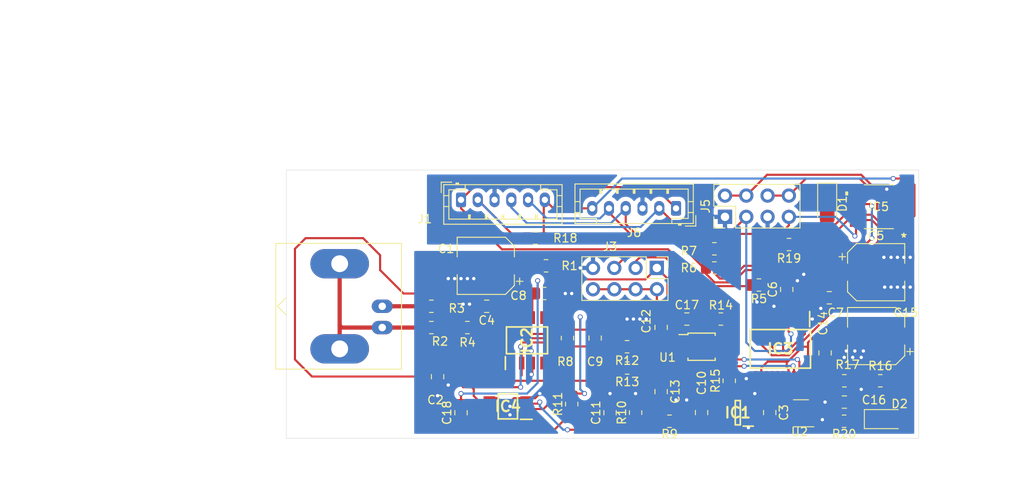
<source format=kicad_pcb>
(kicad_pcb (version 20171130) (host pcbnew "(5.1.10)-1")
  (layers (0 F.Cu signal) (31 B.Cu signal) (34 B.Paste user) (35 F.Paste user) (36 B.SilkS user) (37 F.SilkS user) (38 B.Mask user) (39 F.Mask user) (44 Edge.Cuts user))
  (net 0 "")
  (net 1 VDDF)
  (net 2 GND)
  (net 3 VRef)
  (net 4 VAA)
  (net 5 "Net-(C4-Pad1)")
  (net 6 +5V)
  (net 7 GNDPWR)
  (net 8 +3V3)
  (net 9 "Net-(C9-Pad2)")
  (net 10 "Net-(C10-Pad1)")
  (net 11 "Net-(C11-Pad1)")
  (net 12 "Net-(C12-Pad2)")
  (net 13 "Net-(C13-Pad1)")
  (net 14 "Net-(C14-Pad1)")
  (net 15 "Net-(D1-Pad2)")
  (net 16 "Net-(D1-Pad1)")
  (net 17 "Net-(IC2-Pad1)")
  (net 18 guard_ring)
  (net 19 "Net-(IC2-Pad5)")
  (net 20 SCL2)
  (net 21 SDA2)
  (net 22 "Net-(IC3-Pad6)")
  (net 23 PDIS)
  (net 24 "Net-(IC3-Pad13)")
  (net 25 "Net-(IC3-Pad15)")
  (net 26 SDA1)
  (net 27 SCL1)
  (net 28 "Net-(IC4-Pad5)")
  (net 29 "Net-(IC5-Pad1)")
  (net 30 RST)
  (net 31 "Net-(IC5-Pad3)")
  (net 32 "Net-(IC5-Pad4)")
  (net 33 "Net-(IC5-Pad5)")
  (net 34 "Net-(IC5-Pad6)")
  (net 35 "Net-(IC5-Pad7)")
  (net 36 "Net-(IC5-Pad11)")
  (net 37 "Net-(IC5-Pad13)")
  (net 38 "Net-(J2-Pad1)")
  (net 39 "Net-(R2-Pad1)")
  (net 40 "Net-(U1-Pad2)")
  (net 41 "Net-(U1-Pad6)")
  (net 42 "Net-(U1-Pad7)")
  (net 43 "Net-(U2-Pad4)")
  (net 44 "Net-(D2-Pad1)")
  (net 45 "Net-(J3-Pad2)")
  (net 46 "Net-(IC5-Pad10)")
  (module MountingHole:MountingHole_3.2mm_M3 (layer F.Cu) (at 59.182 103.124)
    (fp_text reference REF** hide)
    (fp_text value MountingHole_3.2mm_M3 hide)
    (pad 1 np_thru_hole circle (at 0 0) (size 3.2 3.2) (drill 3.2) (layers *.Cu *.Mask))
  )
  (module MountingHole:MountingHole_3.2mm_M3 (layer F.Cu) (at 59.182 78.994)
    (fp_text reference REF** hide)
    (fp_text value MountingHole_3.2mm_M3 hide)
    (pad 1 np_thru_hole circle (at 0 0) (size 3.2 3.2) (drill 3.2) (layers *.Cu *.Mask))
  )
  (module snapeda:max7321aee&plus_ (layer F.Cu) (at 116.909 79.058 180)
    (fp_text reference IC5 (at 0 0) (layer F.SilkS))
    (fp_text value MAX7321AEE+ hide)
    (fp_text user * (at -2.97815 -3.7211) (layer F.SilkS))
    (fp_text user * (at -2.97815 -3.7211) (layer F.SilkS))
    (pad 16 smd rect (at 2.72415 -2.2225 180) (size 1.4605 0.3556) (layers F.Cu F.Paste F.Mask) (net 8 +3V3))
    (pad 15 smd rect (at 2.72415 -1.5875 180) (size 1.4605 0.3556) (layers F.Cu F.Paste F.Mask) (net 21 SDA2))
    (pad 14 smd rect (at 2.72415 -0.9525 180) (size 1.4605 0.3556) (layers F.Cu F.Paste F.Mask) (net 20 SCL2))
    (pad 13 smd rect (at 2.72415 -0.3175 180) (size 1.4605 0.3556) (layers F.Cu F.Paste F.Mask) (net 37 "Net-(IC5-Pad13)"))
    (pad 12 smd rect (at 2.72415 0.3175 180) (size 1.4605 0.3556) (layers F.Cu F.Paste F.Mask) (net 23 PDIS))
    (pad 11 smd rect (at 2.72415 0.9525 180) (size 1.4605 0.3556) (layers F.Cu F.Paste F.Mask) (net 36 "Net-(IC5-Pad11)"))
    (pad 10 smd rect (at 2.72415 1.5875 180) (size 1.4605 0.3556) (layers F.Cu F.Paste F.Mask) (net 46 "Net-(IC5-Pad10)"))
    (pad 9 smd rect (at 2.72415 2.2225 180) (size 1.4605 0.3556) (layers F.Cu F.Paste F.Mask) (net 16 "Net-(D1-Pad1)"))
    (pad 8 smd rect (at -2.72415 2.2225 180) (size 1.4605 0.3556) (layers F.Cu F.Paste F.Mask) (net 7 GNDPWR))
    (pad 7 smd rect (at -2.72415 1.5875 180) (size 1.4605 0.3556) (layers F.Cu F.Paste F.Mask) (net 35 "Net-(IC5-Pad7)"))
    (pad 6 smd rect (at -2.72415 0.9525 180) (size 1.4605 0.3556) (layers F.Cu F.Paste F.Mask) (net 34 "Net-(IC5-Pad6)"))
    (pad 5 smd rect (at -2.72415 0.3175 180) (size 1.4605 0.3556) (layers F.Cu F.Paste F.Mask) (net 33 "Net-(IC5-Pad5)"))
    (pad 4 smd rect (at -2.72415 -0.3175 180) (size 1.4605 0.3556) (layers F.Cu F.Paste F.Mask) (net 32 "Net-(IC5-Pad4)"))
    (pad 3 smd rect (at -2.72415 -0.9525 180) (size 1.4605 0.3556) (layers F.Cu F.Paste F.Mask) (net 31 "Net-(IC5-Pad3)"))
    (pad 2 smd rect (at -2.72415 -1.5875 180) (size 1.4605 0.3556) (layers F.Cu F.Paste F.Mask) (net 30 RST))
    (pad 1 smd rect (at -2.72415 -2.2225 180) (size 1.4605 0.3556) (layers F.Cu F.Paste F.Mask) (net 29 "Net-(IC5-Pad1)"))
  )
  (module Connector_JST:JST_PH_B6B-PH-K_1x06_P2.00mm_Vertical (layer F.Cu) (at 92.71 79.248 180)
    (fp_text reference J6 (at 5 -2.9) (layer F.SilkS))
    (fp_text value Interface hide)
    (pad 6 thru_hole oval (at 10 0 180) (size 1.2 1.75) (drill 0.75) (layers *.Cu *.Mask) (net 30 RST))
    (pad 5 thru_hole oval (at 8 0 180) (size 1.2 1.75) (drill 0.75) (layers *.Cu *.Mask) (net 21 SDA2))
    (pad 4 thru_hole oval (at 6 0 180) (size 1.2 1.75) (drill 0.75) (layers *.Cu *.Mask) (net 20 SCL2))
    (pad 3 thru_hole oval (at 4 0 180) (size 1.2 1.75) (drill 0.75) (layers *.Cu *.Mask) (net 7 GNDPWR))
    (pad 2 thru_hole oval (at 2 0 180) (size 1.2 1.75) (drill 0.75) (layers *.Cu *.Mask) (net 8 +3V3))
    (pad 1 thru_hole roundrect (at 0 0 180) (size 1.2 1.75) (drill 0.75) (layers *.Cu *.Mask) (roundrect_rratio 0.2083325) (net 6 +5V))
  )
  (module Connector_JST:JST_PH_B6B-PH-K_1x06_P2.00mm_Vertical (layer F.Cu) (at 67.056 78.232)
    (fp_text reference J1 (at -4.318 2.286) (layer F.SilkS))
    (fp_text value Interface hide)
    (pad 6 thru_hole oval (at 10 0) (size 1.2 1.75) (drill 0.75) (layers *.Cu *.Mask) (net 30 RST))
    (pad 5 thru_hole oval (at 8 0) (size 1.2 1.75) (drill 0.75) (layers *.Cu *.Mask) (net 21 SDA2))
    (pad 4 thru_hole oval (at 6 0) (size 1.2 1.75) (drill 0.75) (layers *.Cu *.Mask) (net 20 SCL2))
    (pad 3 thru_hole oval (at 4 0) (size 1.2 1.75) (drill 0.75) (layers *.Cu *.Mask) (net 7 GNDPWR))
    (pad 2 thru_hole oval (at 2 0) (size 1.2 1.75) (drill 0.75) (layers *.Cu *.Mask) (net 8 +3V3))
    (pad 1 thru_hole roundrect (at 0 0) (size 1.2 1.75) (drill 0.75) (layers *.Cu *.Mask) (roundrect_rratio 0.2083325) (net 6 +5V))
  )
  (module Connector_PinHeader_2.54mm:PinHeader_2x04_P2.54mm_Vertical (layer F.Cu) (at 90.424 86.36 270)
    (fp_text reference J3 (at -2.54 5.588 180) (layer F.SilkS))
    (fp_text value Addr)
    (pad 8 thru_hole oval (at 2.54 7.62 270) (size 1.7 1.7) (drill 1) (layers *.Cu *.Mask) (net 45 "Net-(J3-Pad2)"))
    (pad 7 thru_hole oval (at 0 7.62 270) (size 1.7 1.7) (drill 1) (layers *.Cu *.Mask) (net 2 GND))
    (pad 6 thru_hole oval (at 2.54 5.08 270) (size 1.7 1.7) (drill 1) (layers *.Cu *.Mask) (net 45 "Net-(J3-Pad2)"))
    (pad 5 thru_hole oval (at 0 5.08 270) (size 1.7 1.7) (drill 1) (layers *.Cu *.Mask) (net 27 SCL1))
    (pad 4 thru_hole oval (at 2.54 2.54 270) (size 1.7 1.7) (drill 1) (layers *.Cu *.Mask) (net 45 "Net-(J3-Pad2)"))
    (pad 3 thru_hole oval (at 0 2.54 270) (size 1.7 1.7) (drill 1) (layers *.Cu *.Mask) (net 26 SDA1))
    (pad 2 thru_hole oval (at 2.54 0 270) (size 1.7 1.7) (drill 1) (layers *.Cu *.Mask) (net 45 "Net-(J3-Pad2)"))
    (pad 1 thru_hole rect (at 0 0 270) (size 1.7 1.7) (drill 1) (layers *.Cu *.Mask) (net 4 VAA))
  )
  (module Connector_PinHeader_2.54mm:PinHeader_2x04_P2.54mm_Vertical (layer F.Cu) (at 98.552 80.264 90)
    (fp_text reference J5 (at 1.27 -2.33 90) (layer F.SilkS))
    (fp_text value Addr)
    (pad 8 thru_hole oval (at 2.54 7.62 90) (size 1.7 1.7) (drill 1) (layers *.Cu *.Mask) (net 29 "Net-(IC5-Pad1)"))
    (pad 7 thru_hole oval (at 0 7.62 90) (size 1.7 1.7) (drill 1) (layers *.Cu *.Mask) (net 8 +3V3))
    (pad 6 thru_hole oval (at 2.54 5.08 90) (size 1.7 1.7) (drill 1) (layers *.Cu *.Mask) (net 29 "Net-(IC5-Pad1)"))
    (pad 5 thru_hole oval (at 0 5.08 90) (size 1.7 1.7) (drill 1) (layers *.Cu *.Mask) (net 7 GNDPWR))
    (pad 4 thru_hole oval (at 2.54 2.54 90) (size 1.7 1.7) (drill 1) (layers *.Cu *.Mask) (net 31 "Net-(IC5-Pad3)"))
    (pad 3 thru_hole oval (at 0 2.54 90) (size 1.7 1.7) (drill 1) (layers *.Cu *.Mask) (net 8 +3V3))
    (pad 2 thru_hole oval (at 2.54 0 90) (size 1.7 1.7) (drill 1) (layers *.Cu *.Mask) (net 31 "Net-(IC5-Pad3)"))
    (pad 1 thru_hole rect (at 0 0 90) (size 1.7 1.7) (drill 1) (layers *.Cu *.Mask) (net 7 GNDPWR))
  )
  (module Capacitor_SMD:CP_Elec_6.3x7.7 (layer F.Cu) (at 70.01 86.106 180)
    (fp_text reference C1 (at 4.732 2.032) (layer F.SilkS))
    (fp_text value 220u)
    (pad 1 smd roundrect (at -2.7 0 180) (size 3.5 1.6) (layers F.Cu F.Paste F.Mask) (roundrect_rratio 0.15625) (net 1 VDDF))
    (pad 2 smd roundrect (at 2.7 0 180) (size 3.5 1.6) (layers F.Cu F.Paste F.Mask) (roundrect_rratio 0.15625) (net 2 GND))
  )
  (module Capacitor_SMD:C_0805_2012Metric_Pad1.18x1.45mm_HandSolder (layer F.Cu) (at 64.262 99.3355 270)
    (fp_text reference C2 (at 2.7725 0.254 180) (layer F.SilkS))
    (fp_text value opt)
    (pad 1 smd roundrect (at -1.0375 0 270) (size 1.175 1.45) (layers F.Cu F.Paste F.Mask) (roundrect_rratio 0.2127659574468085) (net 3 VRef))
    (pad 2 smd roundrect (at 1.0375 0 270) (size 1.175 1.45) (layers F.Cu F.Paste F.Mask) (roundrect_rratio 0.2127659574468085) (net 2 GND))
  )
  (module Capacitor_SMD:C_0805_2012Metric_Pad1.18x1.45mm_HandSolder (layer F.Cu) (at 103.886 103.6105 270)
    (fp_text reference C3 (at 0 -1.68 90) (layer F.SilkS))
    (fp_text value 1u)
    (pad 1 smd roundrect (at -1.0375 0 270) (size 1.175 1.45) (layers F.Cu F.Paste F.Mask) (roundrect_rratio 0.2127659574468085) (net 4 VAA))
    (pad 2 smd roundrect (at 1.0375 0 270) (size 1.175 1.45) (layers F.Cu F.Paste F.Mask) (roundrect_rratio 0.2127659574468085) (net 2 GND))
  )
  (module Capacitor_SMD:C_0805_2012Metric_Pad1.18x1.45mm_HandSolder (layer F.Cu) (at 70.1255 90.932 180)
    (fp_text reference C4 (at 0 -1.68) (layer F.SilkS))
    (fp_text value opt)
    (pad 2 smd roundrect (at 1.0375 0 180) (size 1.175 1.45) (layers F.Cu F.Paste F.Mask) (roundrect_rratio 0.2127659574468085) (net 2 GND))
    (pad 1 smd roundrect (at -1.0375 0 180) (size 1.175 1.45) (layers F.Cu F.Paste F.Mask) (roundrect_rratio 0.2127659574468085) (net 5 "Net-(C4-Pad1)"))
  )
  (module Capacitor_SMD:CP_Elec_6.3x7.7 (layer F.Cu) (at 116.586 86.868)
    (fp_text reference C5 (at 0 -4.35) (layer F.SilkS))
    (fp_text value 10u)
    (pad 1 smd roundrect (at -2.7 0) (size 3.5 1.6) (layers F.Cu F.Paste F.Mask) (roundrect_rratio 0.15625) (net 6 +5V))
    (pad 2 smd roundrect (at 2.7 0) (size 3.5 1.6) (layers F.Cu F.Paste F.Mask) (roundrect_rratio 0.15625) (net 7 GNDPWR))
  )
  (module Capacitor_SMD:C_0805_2012Metric_Pad1.18x1.45mm_HandSolder (layer F.Cu) (at 105.918 88.9215 90)
    (fp_text reference C6 (at 0 -1.68 90) (layer F.SilkS))
    (fp_text value 100n)
    (pad 2 smd roundrect (at 1.0375 0 90) (size 1.175 1.45) (layers F.Cu F.Paste F.Mask) (roundrect_rratio 0.2127659574468085) (net 7 GNDPWR))
    (pad 1 smd roundrect (at -1.0375 0 90) (size 1.175 1.45) (layers F.Cu F.Paste F.Mask) (roundrect_rratio 0.2127659574468085) (net 8 +3V3))
  )
  (module Capacitor_SMD:C_0805_2012Metric_Pad1.18x1.45mm_HandSolder (layer F.Cu) (at 110.998 89.916 180)
    (fp_text reference C7 (at -0.762 -1.778) (layer F.SilkS))
    (fp_text value 100n)
    (pad 1 smd roundrect (at -1.0375 0 180) (size 1.175 1.45) (layers F.Cu F.Paste F.Mask) (roundrect_rratio 0.2127659574468085) (net 6 +5V))
    (pad 2 smd roundrect (at 1.0375 0 180) (size 1.175 1.45) (layers F.Cu F.Paste F.Mask) (roundrect_rratio 0.2127659574468085) (net 7 GNDPWR))
  )
  (module Capacitor_SMD:C_0805_2012Metric_Pad1.18x1.45mm_HandSolder (layer F.Cu) (at 76.9405 89.408)
    (fp_text reference C8 (at -3.0265 0.254) (layer F.SilkS))
    (fp_text value 100n)
    (pad 1 smd roundrect (at -1.0375 0) (size 1.175 1.45) (layers F.Cu F.Paste F.Mask) (roundrect_rratio 0.2127659574468085) (net 1 VDDF))
    (pad 2 smd roundrect (at 1.0375 0) (size 1.175 1.45) (layers F.Cu F.Paste F.Mask) (roundrect_rratio 0.2127659574468085) (net 2 GND))
  )
  (module Capacitor_SMD:C_0805_2012Metric_Pad1.18x1.45mm_HandSolder (layer F.Cu) (at 83.058 94.7205 270)
    (fp_text reference C9 (at 2.8155 0 180) (layer F.SilkS))
    (fp_text value 1n)
    (pad 2 smd roundrect (at 1.0375 0 270) (size 1.175 1.45) (layers F.Cu F.Paste F.Mask) (roundrect_rratio 0.2127659574468085) (net 9 "Net-(C9-Pad2)"))
    (pad 1 smd roundrect (at -1.0375 0 270) (size 1.175 1.45) (layers F.Cu F.Paste F.Mask) (roundrect_rratio 0.2127659574468085) (net 5 "Net-(C4-Pad1)"))
  )
  (module Capacitor_SMD:C_0805_2012Metric_Pad1.18x1.45mm_HandSolder (layer F.Cu) (at 95.758 103.6105 90)
    (fp_text reference C10 (at 3.5345 0 90) (layer F.SilkS))
    (fp_text value 10u)
    (pad 1 smd roundrect (at -1.0375 0 90) (size 1.175 1.45) (layers F.Cu F.Paste F.Mask) (roundrect_rratio 0.2127659574468085) (net 10 "Net-(C10-Pad1)"))
    (pad 2 smd roundrect (at 1.0375 0 90) (size 1.175 1.45) (layers F.Cu F.Paste F.Mask) (roundrect_rratio 0.2127659574468085) (net 2 GND))
  )
  (module Capacitor_SMD:C_0805_2012Metric_Pad1.18x1.45mm_HandSolder (layer F.Cu) (at 84.836 103.632 90)
    (fp_text reference C11 (at 0 -1.68 90) (layer F.SilkS))
    (fp_text value 1u)
    (pad 2 smd roundrect (at 1.0375 0 90) (size 1.175 1.45) (layers F.Cu F.Paste F.Mask) (roundrect_rratio 0.2127659574468085) (net 2 GND))
    (pad 1 smd roundrect (at -1.0375 0 90) (size 1.175 1.45) (layers F.Cu F.Paste F.Mask) (roundrect_rratio 0.2127659574468085) (net 11 "Net-(C11-Pad1)"))
  )
  (module Capacitor_SMD:C_0805_2012Metric_Pad1.18x1.45mm_HandSolder (layer F.Cu) (at 90.932 93.4505 270)
    (fp_text reference C12 (at -0.7405 1.778 90) (layer F.SilkS))
    (fp_text value 100n)
    (pad 2 smd roundrect (at 1.0375 0 270) (size 1.175 1.45) (layers F.Cu F.Paste F.Mask) (roundrect_rratio 0.2127659574468085) (net 12 "Net-(C12-Pad2)"))
    (pad 1 smd roundrect (at -1.0375 0 270) (size 1.175 1.45) (layers F.Cu F.Paste F.Mask) (roundrect_rratio 0.2127659574468085) (net 2 GND))
  )
  (module Capacitor_SMD:C_0805_2012Metric_Pad1.18x1.45mm_HandSolder (layer F.Cu) (at 90.932 101.1135 270)
    (fp_text reference C13 (at 0 -1.68 90) (layer F.SilkS))
    (fp_text value 100n)
    (pad 1 smd roundrect (at -1.0375 0 270) (size 1.175 1.45) (layers F.Cu F.Paste F.Mask) (roundrect_rratio 0.2127659574468085) (net 13 "Net-(C13-Pad1)"))
    (pad 2 smd roundrect (at 1.0375 0 270) (size 1.175 1.45) (layers F.Cu F.Paste F.Mask) (roundrect_rratio 0.2127659574468085) (net 2 GND))
  )
  (module Capacitor_SMD:C_0805_2012Metric_Pad1.18x1.45mm_HandSolder (layer F.Cu) (at 110.49 96.4985 90)
    (fp_text reference C14 (at 3.5345 -0.254 90) (layer F.SilkS))
    (fp_text value 100n)
    (pad 2 smd roundrect (at 1.0375 0 90) (size 1.175 1.45) (layers F.Cu F.Paste F.Mask) (roundrect_rratio 0.2127659574468085) (net 2 GND))
    (pad 1 smd roundrect (at -1.0375 0 90) (size 1.175 1.45) (layers F.Cu F.Paste F.Mask) (roundrect_rratio 0.2127659574468085) (net 14 "Net-(C14-Pad1)"))
  )
  (module Capacitor_SMD:CP_Elec_6.3x7.7 (layer F.Cu) (at 116.586 94.488 180)
    (fp_text reference C15 (at -3.556 2.794) (layer F.SilkS))
    (fp_text value 10u)
    (pad 2 smd roundrect (at 2.7 0 180) (size 3.5 1.6) (layers F.Cu F.Paste F.Mask) (roundrect_rratio 0.15625) (net 2 GND))
    (pad 1 smd roundrect (at -2.7 0 180) (size 3.5 1.6) (layers F.Cu F.Paste F.Mask) (roundrect_rratio 0.15625) (net 14 "Net-(C14-Pad1)"))
  )
  (module Capacitor_SMD:C_0805_2012Metric_Pad1.18x1.45mm_HandSolder (layer F.Cu) (at 112.7975 102.362 180)
    (fp_text reference C16 (at -3.5345 0.254) (layer F.SilkS))
    (fp_text value 1u)
    (pad 1 smd roundrect (at -1.0375 0 180) (size 1.175 1.45) (layers F.Cu F.Paste F.Mask) (roundrect_rratio 0.2127659574468085) (net 14 "Net-(C14-Pad1)"))
    (pad 2 smd roundrect (at 1.0375 0 180) (size 1.175 1.45) (layers F.Cu F.Paste F.Mask) (roundrect_rratio 0.2127659574468085) (net 2 GND))
  )
  (module Capacitor_SMD:C_0805_2012Metric_Pad1.18x1.45mm_HandSolder (layer F.Cu) (at 94.0015 92.456)
    (fp_text reference C17 (at 0 -1.68) (layer F.SilkS))
    (fp_text value 100n)
    (pad 1 smd roundrect (at -1.0375 0) (size 1.175 1.45) (layers F.Cu F.Paste F.Mask) (roundrect_rratio 0.2127659574468085) (net 2 GND))
    (pad 2 smd roundrect (at 1.0375 0) (size 1.175 1.45) (layers F.Cu F.Paste F.Mask) (roundrect_rratio 0.2127659574468085) (net 4 VAA))
  )
  (module Capacitor_SMD:C_0805_2012Metric_Pad1.18x1.45mm_HandSolder (layer F.Cu) (at 67.056 103.632 90)
    (fp_text reference C18 (at 0 -1.68 90) (layer F.SilkS))
    (fp_text value 100n)
    (pad 2 smd roundrect (at 1.0375 0 90) (size 1.175 1.45) (layers F.Cu F.Paste F.Mask) (roundrect_rratio 0.2127659574468085) (net 1 VDDF))
    (pad 1 smd roundrect (at -1.0375 0 90) (size 1.175 1.45) (layers F.Cu F.Paste F.Mask) (roundrect_rratio 0.2127659574468085) (net 2 GND))
  )
  (module LED_SMD:LED_1206_3216Metric_Pad1.42x1.75mm_HandSolder (layer F.Cu) (at 110.744 78.7035 270)
    (fp_text reference D1 (at 0 -1.82 90) (layer F.SilkS))
    (fp_text value LED)
    (pad 2 smd roundrect (at 1.4875 0 270) (size 1.425 1.75) (layers F.Cu F.Paste F.Mask) (roundrect_rratio 0.1754385964912281) (net 15 "Net-(D1-Pad2)"))
    (pad 1 smd roundrect (at -1.4875 0 270) (size 1.425 1.75) (layers F.Cu F.Paste F.Mask) (roundrect_rratio 0.1754385964912281) (net 16 "Net-(D1-Pad1)"))
  )
  (module LED_SMD:LED_1206_3216Metric_Pad1.42x1.75mm_HandSolder (layer F.Cu) (at 117.6385 104.394)
    (fp_text reference D2 (at 1.7415 -1.82) (layer F.SilkS))
    (fp_text value LED)
    (pad 1 smd roundrect (at -1.4875 0) (size 1.425 1.75) (layers F.Cu F.Paste F.Mask) (roundrect_rratio 0.1754385964912281) (net 44 "Net-(D2-Pad1)"))
    (pad 2 smd roundrect (at 1.4875 0) (size 1.425 1.75) (layers F.Cu F.Paste F.Mask) (roundrect_rratio 0.1754385964912281) (net 14 "Net-(C14-Pad1)"))
  )
  (module SamacSys_Parts:SOT95P280X145-6N (layer F.Cu) (at 100.076 103.632 180)
    (fp_text reference IC1 (at 0 0) (layer F.SilkS) (effects (font (size 1.27 1.27) (thickness 0.254))))
    (fp_text value REF3440QDBVRQ1 hide)
    (pad 1 smd rect (at -1.25 -0.95 270) (size 0.6 1.2) (layers F.Cu F.Paste F.Mask) (net 2 GND))
    (pad 2 smd rect (at -1.25 0 270) (size 0.6 1.2) (layers F.Cu F.Paste F.Mask) (net 2 GND))
    (pad 3 smd rect (at -1.25 0.95 270) (size 0.6 1.2) (layers F.Cu F.Paste F.Mask) (net 4 VAA))
    (pad 4 smd rect (at 1.25 0.95 270) (size 0.6 1.2) (layers F.Cu F.Paste F.Mask) (net 4 VAA))
    (pad 5 smd rect (at 1.25 0 270) (size 0.6 1.2) (layers F.Cu F.Paste F.Mask) (net 10 "Net-(C10-Pad1)"))
    (pad 6 smd rect (at 1.25 -0.95 270) (size 0.6 1.2) (layers F.Cu F.Paste F.Mask) (net 10 "Net-(C10-Pad1)"))
  )
  (module SamacSys_Parts:SOIC127P600X175-8N (layer F.Cu) (at 74.93 94.996 90)
    (fp_text reference IC2 (at 0 0 90) (layer F.SilkS) (effects (font (size 1.27 1.27) (thickness 0.254))))
    (fp_text value LMP7721MAX_NOPB hide)
    (pad 1 smd rect (at -2.711 -1.905 180) (size 0.65 1.528) (layers F.Cu F.Paste F.Mask) (net 17 "Net-(IC2-Pad1)"))
    (pad 2 smd rect (at -2.711 -0.635 180) (size 0.65 1.528) (layers F.Cu F.Paste F.Mask) (net 18 guard_ring))
    (pad 3 smd rect (at -2.711 0.635 180) (size 0.65 1.528) (layers F.Cu F.Paste F.Mask) (net 2 GND))
    (pad 4 smd rect (at -2.711 1.905 180) (size 0.65 1.528) (layers F.Cu F.Paste F.Mask) (net 9 "Net-(C9-Pad2)"))
    (pad 5 smd rect (at 2.711 1.905 180) (size 0.65 1.528) (layers F.Cu F.Paste F.Mask) (net 19 "Net-(IC2-Pad5)"))
    (pad 6 smd rect (at 2.711 0.635 180) (size 0.65 1.528) (layers F.Cu F.Paste F.Mask) (net 1 VDDF))
    (pad 7 smd rect (at 2.711 -0.635 180) (size 0.65 1.528) (layers F.Cu F.Paste F.Mask) (net 18 guard_ring))
    (pad 8 smd rect (at 2.711 -1.905 180) (size 0.65 1.528) (layers F.Cu F.Paste F.Mask) (net 5 "Net-(C4-Pad1)"))
  )
  (module SamacSys_Parts:SOP65P780X200-20N (layer F.Cu) (at 105.156 96.012 270)
    (fp_text reference IC3 (at 0 0) (layer F.SilkS) (effects (font (size 1.27 1.27) (thickness 0.254))))
    (fp_text value ADM3260ARSZ-RL7 hide)
    (pad 1 smd rect (at -3.55 -2.925) (size 0.45 1.8) (layers F.Cu F.Paste F.Mask) (net 7 GNDPWR))
    (pad 2 smd rect (at -3.55 -2.275) (size 0.45 1.8) (layers F.Cu F.Paste F.Mask) (net 20 SCL2))
    (pad 3 smd rect (at -3.55 -1.625) (size 0.45 1.8) (layers F.Cu F.Paste F.Mask) (net 21 SDA2))
    (pad 4 smd rect (at -3.55 -0.975) (size 0.45 1.8) (layers F.Cu F.Paste F.Mask) (net 8 +3V3))
    (pad 5 smd rect (at -3.55 -0.325) (size 0.45 1.8) (layers F.Cu F.Paste F.Mask) (net 7 GNDPWR))
    (pad 6 smd rect (at -3.55 0.325) (size 0.45 1.8) (layers F.Cu F.Paste F.Mask) (net 22 "Net-(IC3-Pad6)"))
    (pad 7 smd rect (at -3.55 0.975) (size 0.45 1.8) (layers F.Cu F.Paste F.Mask) (net 7 GNDPWR))
    (pad 8 smd rect (at -3.55 1.625) (size 0.45 1.8) (layers F.Cu F.Paste F.Mask) (net 23 PDIS))
    (pad 9 smd rect (at -3.55 2.275) (size 0.45 1.8) (layers F.Cu F.Paste F.Mask) (net 6 +5V))
    (pad 10 smd rect (at -3.55 2.925) (size 0.45 1.8) (layers F.Cu F.Paste F.Mask) (net 7 GNDPWR))
    (pad 11 smd rect (at 3.55 2.925) (size 0.45 1.8) (layers F.Cu F.Paste F.Mask) (net 2 GND))
    (pad 12 smd rect (at 3.55 2.275) (size 0.45 1.8) (layers F.Cu F.Paste F.Mask) (net 14 "Net-(C14-Pad1)"))
    (pad 13 smd rect (at 3.55 1.625) (size 0.45 1.8) (layers F.Cu F.Paste F.Mask) (net 24 "Net-(IC3-Pad13)"))
    (pad 14 smd rect (at 3.55 0.975) (size 0.45 1.8) (layers F.Cu F.Paste F.Mask) (net 2 GND))
    (pad 15 smd rect (at 3.55 0.325) (size 0.45 1.8) (layers F.Cu F.Paste F.Mask) (net 25 "Net-(IC3-Pad15)"))
    (pad 16 smd rect (at 3.55 -0.325) (size 0.45 1.8) (layers F.Cu F.Paste F.Mask) (net 2 GND))
    (pad 17 smd rect (at 3.55 -0.975) (size 0.45 1.8) (layers F.Cu F.Paste F.Mask) (net 14 "Net-(C14-Pad1)"))
    (pad 18 smd rect (at 3.55 -1.625) (size 0.45 1.8) (layers F.Cu F.Paste F.Mask) (net 26 SDA1))
    (pad 19 smd rect (at 3.55 -2.275) (size 0.45 1.8) (layers F.Cu F.Paste F.Mask) (net 27 SCL1))
    (pad 20 smd rect (at 3.55 -2.925) (size 0.45 1.8) (layers F.Cu F.Paste F.Mask) (net 2 GND))
  )
  (module SamacSys_Parts:SOP65P490X110-8N (layer F.Cu) (at 72.644 102.87 180)
    (fp_text reference IC4 (at 0 0) (layer F.SilkS) (effects (font (size 1.27 1.27) (thickness 0.254))))
    (fp_text value LMP7716MM_NOPB hide)
    (pad 1 smd rect (at -2.2 -0.975 270) (size 0.45 1.4) (layers F.Cu F.Paste F.Mask) (net 3 VRef))
    (pad 2 smd rect (at -2.2 -0.325 270) (size 0.45 1.4) (layers F.Cu F.Paste F.Mask) (net 3 VRef))
    (pad 3 smd rect (at -2.2 0.325 270) (size 0.45 1.4) (layers F.Cu F.Paste F.Mask) (net 11 "Net-(C11-Pad1)"))
    (pad 4 smd rect (at -2.2 0.975 270) (size 0.45 1.4) (layers F.Cu F.Paste F.Mask) (net 2 GND))
    (pad 5 smd rect (at 2.2 0.975 270) (size 0.45 1.4) (layers F.Cu F.Paste F.Mask) (net 28 "Net-(IC4-Pad5)"))
    (pad 6 smd rect (at 2.2 0.325 270) (size 0.45 1.4) (layers F.Cu F.Paste F.Mask) (net 18 guard_ring))
    (pad 7 smd rect (at 2.2 -0.325 270) (size 0.45 1.4) (layers F.Cu F.Paste F.Mask) (net 18 guard_ring))
    (pad 8 smd rect (at 2.2 -0.975 270) (size 0.45 1.4) (layers F.Cu F.Paste F.Mask) (net 1 VDDF))
  )
  (module Connector_Coaxial:BNC_Amphenol_B6252HB-NPP3G-50_Horizontal (layer F.Cu) (at 57.658 90.932 90)
    (fp_text reference J2 hide)
    (fp_text value Probe hide)
    (pad 2 thru_hole oval (at -5.08 -5.08 90) (size 3.5 7) (drill 2.01) (layers *.Cu *.Mask) (net 3 VRef))
    (pad 2 thru_hole oval (at 5.08 -5.08 90) (size 3.5 7) (drill 2.01) (layers *.Cu *.Mask) (net 3 VRef))
    (pad 1 thru_hole oval (at 0 0 90) (size 1.6 2.5) (drill 0.89) (layers *.Cu *.Mask) (net 38 "Net-(J2-Pad1)"))
    (pad 2 thru_hole oval (at -2.54 0 90) (size 1.6 2.5) (drill 0.89) (layers *.Cu *.Mask) (net 3 VRef))
  )
  (module Resistor_SMD:R_0805_2012Metric_Pad1.20x1.40mm_HandSolder (layer F.Cu) (at 77.2 86.106 180)
    (fp_text reference R1 (at -2.81 0) (layer F.SilkS))
    (fp_text value 100)
    (pad 2 smd roundrect (at 1 0 180) (size 1.2 1.4) (layers F.Cu F.Paste F.Mask) (roundrect_rratio 0.2083325) (net 1 VDDF))
    (pad 1 smd roundrect (at -1 0 180) (size 1.2 1.4) (layers F.Cu F.Paste F.Mask) (roundrect_rratio 0.2083325) (net 4 VAA))
  )
  (module Resistor_SMD:R_0805_2012Metric_Pad1.20x1.40mm_HandSolder (layer F.Cu) (at 63.516 93.472 180)
    (fp_text reference R2 (at -1.032 -1.65) (layer F.SilkS))
    (fp_text value 51k)
    (pad 1 smd roundrect (at -1 0 180) (size 1.2 1.4) (layers F.Cu F.Paste F.Mask) (roundrect_rratio 0.2083325) (net 39 "Net-(R2-Pad1)"))
    (pad 2 smd roundrect (at 1 0 180) (size 1.2 1.4) (layers F.Cu F.Paste F.Mask) (roundrect_rratio 0.2083325) (net 3 VRef))
  )
  (module Resistor_SMD:R_0805_2012Metric_Pad1.20x1.40mm_HandSolder (layer F.Cu) (at 63.516 90.932 180)
    (fp_text reference R3 (at -3.032 -0.254) (layer F.SilkS))
    (fp_text value 1M)
    (pad 1 smd roundrect (at -1 0 180) (size 1.2 1.4) (layers F.Cu F.Paste F.Mask) (roundrect_rratio 0.2083325) (net 17 "Net-(IC2-Pad1)"))
    (pad 2 smd roundrect (at 1 0 180) (size 1.2 1.4) (layers F.Cu F.Paste F.Mask) (roundrect_rratio 0.2083325) (net 38 "Net-(J2-Pad1)"))
  )
  (module Resistor_SMD:R_0805_2012Metric_Pad1.20x1.40mm_HandSolder (layer F.Cu) (at 67.818 93.472 180)
    (fp_text reference R4 (at -0.016 -1.778) (layer F.SilkS))
    (fp_text value 100k)
    (pad 2 smd roundrect (at 1 0 180) (size 1.2 1.4) (layers F.Cu F.Paste F.Mask) (roundrect_rratio 0.2083325) (net 39 "Net-(R2-Pad1)"))
    (pad 1 smd roundrect (at -1 0 180) (size 1.2 1.4) (layers F.Cu F.Paste F.Mask) (roundrect_rratio 0.2083325) (net 5 "Net-(C4-Pad1)"))
  )
  (module Resistor_SMD:R_0805_2012Metric_Pad1.20x1.40mm_HandSolder (layer F.Cu) (at 102.6 88.392 180)
    (fp_text reference R5 (at 0 -1.65) (layer F.SilkS))
    (fp_text value 10k)
    (pad 2 smd roundrect (at 1 0 180) (size 1.2 1.4) (layers F.Cu F.Paste F.Mask) (roundrect_rratio 0.2083325) (net 6 +5V))
    (pad 1 smd roundrect (at -1 0 180) (size 1.2 1.4) (layers F.Cu F.Paste F.Mask) (roundrect_rratio 0.2083325) (net 23 PDIS))
  )
  (module Resistor_SMD:R_0805_2012Metric_Pad1.20x1.40mm_HandSolder (layer F.Cu) (at 97.282 86.36 180)
    (fp_text reference R6 (at 3.048 0) (layer F.SilkS))
    (fp_text value 10k)
    (pad 2 smd roundrect (at 1 0 180) (size 1.2 1.4) (layers F.Cu F.Paste F.Mask) (roundrect_rratio 0.2083325) (net 21 SDA2))
    (pad 1 smd roundrect (at -1 0 180) (size 1.2 1.4) (layers F.Cu F.Paste F.Mask) (roundrect_rratio 0.2083325) (net 8 +3V3))
  )
  (module Resistor_SMD:R_0805_2012Metric_Pad1.20x1.40mm_HandSolder (layer F.Cu) (at 97.282 84.074 180)
    (fp_text reference R7 (at 3.048 -0.254) (layer F.SilkS))
    (fp_text value 10k)
    (pad 1 smd roundrect (at -1 0 180) (size 1.2 1.4) (layers F.Cu F.Paste F.Mask) (roundrect_rratio 0.2083325) (net 8 +3V3))
    (pad 2 smd roundrect (at 1 0 180) (size 1.2 1.4) (layers F.Cu F.Paste F.Mask) (roundrect_rratio 0.2083325) (net 20 SCL2))
  )
  (module Resistor_SMD:R_0805_2012Metric_Pad1.20x1.40mm_HandSolder (layer F.Cu) (at 79.756 94.726 90)
    (fp_text reference R8 (at -2.81 -0.254 180) (layer F.SilkS))
    (fp_text value 200k)
    (pad 2 smd roundrect (at 1 0 90) (size 1.2 1.4) (layers F.Cu F.Paste F.Mask) (roundrect_rratio 0.2083325) (net 5 "Net-(C4-Pad1)"))
    (pad 1 smd roundrect (at -1 0 90) (size 1.2 1.4) (layers F.Cu F.Paste F.Mask) (roundrect_rratio 0.2083325) (net 9 "Net-(C9-Pad2)"))
  )
  (module Resistor_SMD:R_0805_2012Metric_Pad1.20x1.40mm_HandSolder (layer F.Cu) (at 91.932 104.648 180)
    (fp_text reference R9 (at 0 -1.524) (layer F.SilkS))
    (fp_text value 10k)
    (pad 1 smd roundrect (at -1 0 180) (size 1.2 1.4) (layers F.Cu F.Paste F.Mask) (roundrect_rratio 0.2083325) (net 10 "Net-(C10-Pad1)"))
    (pad 2 smd roundrect (at 1 0 180) (size 1.2 1.4) (layers F.Cu F.Paste F.Mask) (roundrect_rratio 0.2083325) (net 11 "Net-(C11-Pad1)"))
  )
  (module Resistor_SMD:R_0805_2012Metric_Pad1.20x1.40mm_HandSolder (layer F.Cu) (at 87.884 103.616 90)
    (fp_text reference R10 (at 0 -1.65 90) (layer F.SilkS))
    (fp_text value 10k)
    (pad 1 smd roundrect (at -1 0 90) (size 1.2 1.4) (layers F.Cu F.Paste F.Mask) (roundrect_rratio 0.2083325) (net 11 "Net-(C11-Pad1)"))
    (pad 2 smd roundrect (at 1 0 90) (size 1.2 1.4) (layers F.Cu F.Paste F.Mask) (roundrect_rratio 0.2083325) (net 2 GND))
  )
  (module Resistor_SMD:R_0805_2012Metric_Pad1.20x1.40mm_HandSolder (layer F.Cu) (at 80.264 102.6 90)
    (fp_text reference R11 (at 0 -1.65 90) (layer F.SilkS))
    (fp_text value 10k)
    (pad 1 smd roundrect (at -1 0 90) (size 1.2 1.4) (layers F.Cu F.Paste F.Mask) (roundrect_rratio 0.2083325) (net 28 "Net-(IC4-Pad5)"))
    (pad 2 smd roundrect (at 1 0 90) (size 1.2 1.4) (layers F.Cu F.Paste F.Mask) (roundrect_rratio 0.2083325) (net 5 "Net-(C4-Pad1)"))
  )
  (module Resistor_SMD:R_0805_2012Metric_Pad1.20x1.40mm_HandSolder (layer F.Cu) (at 86.868 95.758 180)
    (fp_text reference R12 (at 0 -1.65) (layer F.SilkS))
    (fp_text value 1k)
    (pad 2 smd roundrect (at 1 0 180) (size 1.2 1.4) (layers F.Cu F.Paste F.Mask) (roundrect_rratio 0.2083325) (net 9 "Net-(C9-Pad2)"))
    (pad 1 smd roundrect (at -1 0 180) (size 1.2 1.4) (layers F.Cu F.Paste F.Mask) (roundrect_rratio 0.2083325) (net 12 "Net-(C12-Pad2)"))
  )
  (module Resistor_SMD:R_0805_2012Metric_Pad1.20x1.40mm_HandSolder (layer F.Cu) (at 86.884 98.298 180)
    (fp_text reference R13 (at 0 -1.65) (layer F.SilkS))
    (fp_text value 1k)
    (pad 1 smd roundrect (at -1 0 180) (size 1.2 1.4) (layers F.Cu F.Paste F.Mask) (roundrect_rratio 0.2083325) (net 13 "Net-(C13-Pad1)"))
    (pad 2 smd roundrect (at 1 0 180) (size 1.2 1.4) (layers F.Cu F.Paste F.Mask) (roundrect_rratio 0.2083325) (net 3 VRef))
  )
  (module Resistor_SMD:R_0805_2012Metric_Pad1.20x1.40mm_HandSolder (layer F.Cu) (at 98.06 92.456)
    (fp_text reference R14 (at 0 -1.65) (layer F.SilkS))
    (fp_text value 10k)
    (pad 2 smd roundrect (at 1 0) (size 1.2 1.4) (layers F.Cu F.Paste F.Mask) (roundrect_rratio 0.2083325) (net 27 SCL1))
    (pad 1 smd roundrect (at -1 0) (size 1.2 1.4) (layers F.Cu F.Paste F.Mask) (roundrect_rratio 0.2083325) (net 4 VAA))
  )
  (module Resistor_SMD:R_0805_2012Metric_Pad1.20x1.40mm_HandSolder (layer F.Cu) (at 99.06 99.822 90)
    (fp_text reference R15 (at 0 -1.65 90) (layer F.SilkS))
    (fp_text value 10k)
    (pad 1 smd roundrect (at -1 0 90) (size 1.2 1.4) (layers F.Cu F.Paste F.Mask) (roundrect_rratio 0.2083325) (net 4 VAA))
    (pad 2 smd roundrect (at 1 0 90) (size 1.2 1.4) (layers F.Cu F.Paste F.Mask) (roundrect_rratio 0.2083325) (net 26 SDA1))
  )
  (module Resistor_SMD:R_0805_2012Metric_Pad1.20x1.40mm_HandSolder (layer F.Cu) (at 117.078 99.822 180)
    (fp_text reference R16 (at -0.016 1.778) (layer F.SilkS))
    (fp_text value 10k)
    (pad 2 smd roundrect (at 1 0 180) (size 1.2 1.4) (layers F.Cu F.Paste F.Mask) (roundrect_rratio 0.2083325) (net 24 "Net-(IC3-Pad13)"))
    (pad 1 smd roundrect (at -1 0 180) (size 1.2 1.4) (layers F.Cu F.Paste F.Mask) (roundrect_rratio 0.2083325) (net 14 "Net-(C14-Pad1)"))
  )
  (module Resistor_SMD:R_0805_2012Metric_Pad1.20x1.40mm_HandSolder (layer F.Cu) (at 112.792 99.822)
    (fp_text reference R17 (at 0.384 -1.924) (layer F.SilkS))
    (fp_text value 10k)
    (pad 1 smd roundrect (at -1 0) (size 1.2 1.4) (layers F.Cu F.Paste F.Mask) (roundrect_rratio 0.2083325) (net 24 "Net-(IC3-Pad13)"))
    (pad 2 smd roundrect (at 1 0) (size 1.2 1.4) (layers F.Cu F.Paste F.Mask) (roundrect_rratio 0.2083325) (net 2 GND))
  )
  (module Resistor_SMD:R_0805_2012Metric_Pad1.20x1.40mm_HandSolder (layer F.Cu) (at 75.93 82.804 180)
    (fp_text reference R18 (at -3.572 0) (layer F.SilkS))
    (fp_text value 10k)
    (pad 1 smd roundrect (at -1 0 180) (size 1.2 1.4) (layers F.Cu F.Paste F.Mask) (roundrect_rratio 0.2083325) (net 30 RST))
    (pad 2 smd roundrect (at 1 0 180) (size 1.2 1.4) (layers F.Cu F.Paste F.Mask) (roundrect_rratio 0.2083325) (net 8 +3V3))
  )
  (module Resistor_SMD:R_0805_2012Metric_Pad1.20x1.40mm_HandSolder (layer F.Cu) (at 106.188 83.566 180)
    (fp_text reference R19 (at 0 -1.65) (layer F.SilkS))
    (fp_text value 650)
    (pad 2 smd roundrect (at 1 0 180) (size 1.2 1.4) (layers F.Cu F.Paste F.Mask) (roundrect_rratio 0.2083325) (net 8 +3V3))
    (pad 1 smd roundrect (at -1 0 180) (size 1.2 1.4) (layers F.Cu F.Paste F.Mask) (roundrect_rratio 0.2083325) (net 15 "Net-(D1-Pad2)"))
  )
  (module Resistor_SMD:R_0805_2012Metric_Pad1.20x1.40mm_HandSolder (layer F.Cu) (at 112.76 104.648 180)
    (fp_text reference R20 (at 0 -1.524) (layer F.SilkS))
    (fp_text value 1.5k)
    (pad 2 smd roundrect (at 1 0 180) (size 1.2 1.4) (layers F.Cu F.Paste F.Mask) (roundrect_rratio 0.2083325) (net 2 GND))
    (pad 1 smd roundrect (at -1 0 180) (size 1.2 1.4) (layers F.Cu F.Paste F.Mask) (roundrect_rratio 0.2083325) (net 44 "Net-(D2-Pad1)"))
  )
  (module Package_SO:TSSOP-10_3x3mm_P0.5mm (layer F.Cu) (at 95.758 95.758)
    (fp_text reference U1 (at -4.064 1.27) (layer F.SilkS))
    (fp_text value ADS1114IDGS hide)
    (pad 1 smd rect (at -2.15 -1) (size 1.1 0.25) (layers F.Cu F.Paste F.Mask) (net 45 "Net-(J3-Pad2)"))
    (pad 2 smd rect (at -2.15 -0.5) (size 1.1 0.25) (layers F.Cu F.Paste F.Mask) (net 40 "Net-(U1-Pad2)"))
    (pad 3 smd rect (at -2.15 0) (size 1.1 0.25) (layers F.Cu F.Paste F.Mask) (net 2 GND))
    (pad 4 smd rect (at -2.15 0.5) (size 1.1 0.25) (layers F.Cu F.Paste F.Mask) (net 12 "Net-(C12-Pad2)"))
    (pad 5 smd rect (at -2.15 1) (size 1.1 0.25) (layers F.Cu F.Paste F.Mask) (net 13 "Net-(C13-Pad1)"))
    (pad 6 smd rect (at 2.15 1) (size 1.1 0.25) (layers F.Cu F.Paste F.Mask) (net 41 "Net-(U1-Pad6)"))
    (pad 7 smd rect (at 2.15 0.5) (size 1.1 0.25) (layers F.Cu F.Paste F.Mask) (net 42 "Net-(U1-Pad7)"))
    (pad 8 smd rect (at 2.15 0) (size 1.1 0.25) (layers F.Cu F.Paste F.Mask) (net 4 VAA))
    (pad 9 smd rect (at 2.15 -0.5) (size 1.1 0.25) (layers F.Cu F.Paste F.Mask) (net 26 SDA1))
    (pad 10 smd rect (at 2.15 -1) (size 1.1 0.25) (layers F.Cu F.Paste F.Mask) (net 27 SCL1))
  )
  (module Package_TO_SOT_SMD:SOT-23-5 (layer F.Cu) (at 107.612 103.698 180)
    (fp_text reference U2 (at 0.17 -2.22) (layer F.SilkS))
    (fp_text value LP5907MFX-4.5 hide)
    (pad 1 smd rect (at -1.1 -0.95 180) (size 1.06 0.65) (layers F.Cu F.Paste F.Mask) (net 14 "Net-(C14-Pad1)"))
    (pad 2 smd rect (at -1.1 0 180) (size 1.06 0.65) (layers F.Cu F.Paste F.Mask) (net 2 GND))
    (pad 3 smd rect (at -1.1 0.95 180) (size 1.06 0.65) (layers F.Cu F.Paste F.Mask) (net 14 "Net-(C14-Pad1)"))
    (pad 4 smd rect (at 1.1 0.95 180) (size 1.06 0.65) (layers F.Cu F.Paste F.Mask) (net 43 "Net-(U2-Pad4)"))
    (pad 5 smd rect (at 1.1 -0.95 180) (size 1.06 0.65) (layers F.Cu F.Paste F.Mask) (net 4 VAA))
  )
  (gr_line (start 121.666 106.68) (end 121.666 74.676) (layer Edge.Cuts) (width 0.05))
  (gr_line (start 46.228 106.68) (end 121.666 106.68) (layer Edge.Cuts) (width 0.05))
  (gr_line (start 46.228 74.676) (end 46.228 106.68) (layer Edge.Cuts) (width 0.05))
  (gr_line (start 121.666 74.676) (end 46.228 74.676) (layer Edge.Cuts) (width 0.05))
  (segment (start 75.565 89.746) (end 75.903 89.408) (width 0.25) (layer F.Cu) (net 1))
  (segment (start 70.444 103.845) (end 70.145 103.845) (width 0.25) (layer F.Cu) (net 1))
  (segment (start 75.903 89.299) (end 75.903 89.408) (width 0.25) (layer F.Cu) (net 1))
  (segment (start 72.71 86.106) (end 75.903 89.299) (width 0.25) (layer F.Cu) (net 1))
  (segment (start 76.2 86.106) (end 72.71 86.106) (width 0.25) (layer F.Cu) (net 1))
  (segment (start 70.444 103.845) (end 69.555 103.845) (width 0.25) (layer F.Cu) (net 1))
  (segment (start 68.3045 102.5945) (end 67.056 102.5945) (width 0.25) (layer F.Cu) (net 1))
  (segment (start 69.555 103.845) (end 68.3045 102.5945) (width 0.25) (layer F.Cu) (net 1))
  (via (at 67.056 101.346) (size 0.6) (drill 0.4) (layers F.Cu B.Cu) (net 1))
  (segment (start 67.056 102.5945) (end 67.056 101.346) (width 0.25) (layer F.Cu) (net 1))
  (segment (start 75.565 92.285) (end 75.565 89.746) (width 0.25) (layer F.Cu) (net 1))
  (via (at 76.2 87.884) (size 0.6) (drill 0.4) (layers F.Cu B.Cu) (net 1))
  (segment (start 76.2 100.076) (end 76.2 87.884) (width 0.25) (layer B.Cu) (net 1))
  (segment (start 74.93 101.346) (end 76.2 100.076) (width 0.25) (layer B.Cu) (net 1))
  (segment (start 67.056 101.346) (end 74.93 101.346) (width 0.25) (layer B.Cu) (net 1))
  (segment (start 76.2 89.111) (end 75.903 89.408) (width 0.25) (layer F.Cu) (net 1))
  (segment (start 76.2 87.884) (end 76.2 89.111) (width 0.25) (layer F.Cu) (net 1))
  (segment (start 101.326 103.632) (end 101.326 104.582) (width 0.25) (layer F.Cu) (net 2))
  (segment (start 103.82 104.582) (end 103.886 104.648) (width 0.25) (layer F.Cu) (net 2))
  (segment (start 101.326 104.582) (end 103.82 104.582) (width 0.25) (layer F.Cu) (net 2))
  (segment (start 111.76 103.002) (end 111.76 102.362) (width 0.25) (layer F.Cu) (net 2))
  (segment (start 111.064 103.698) (end 111.76 103.002) (width 0.25) (layer F.Cu) (net 2))
  (segment (start 111.76 104.394) (end 111.76 104.648) (width 0.25) (layer F.Cu) (net 2))
  (segment (start 111.064 103.698) (end 111.76 104.394) (width 0.25) (layer F.Cu) (net 2))
  (segment (start 103.886 104.648) (end 104.14 104.648) (width 0.25) (layer F.Cu) (net 2))
  (segment (start 104.14 104.648) (end 105.156 105.664) (width 0.25) (layer F.Cu) (net 2))
  (segment (start 105.156 105.664) (end 109.474 105.664) (width 0.25) (layer F.Cu) (net 2))
  (segment (start 110.17 104.968) (end 110.17 104.46) (width 0.25) (layer F.Cu) (net 2))
  (segment (start 109.474 105.664) (end 110.17 104.968) (width 0.25) (layer F.Cu) (net 2))
  (segment (start 110.17 103.698) (end 111.064 103.698) (width 0.25) (layer F.Cu) (net 2))
  (segment (start 108.712 103.698) (end 110.17 103.698) (width 0.25) (layer F.Cu) (net 2))
  (segment (start 90.975 92.456) (end 90.932 92.413) (width 0.25) (layer F.Cu) (net 2))
  (segment (start 92.964 92.456) (end 90.975 92.456) (width 0.25) (layer F.Cu) (net 2))
  (segment (start 93.608 95.758) (end 92.71 95.758) (width 0.25) (layer F.Cu) (net 2))
  (segment (start 92.71 95.758) (end 92.456 95.504) (width 0.25) (layer F.Cu) (net 2))
  (segment (start 92.456 92.964) (end 92.964 92.456) (width 0.25) (layer F.Cu) (net 2))
  (segment (start 92.456 95.504) (end 92.456 92.964) (width 0.25) (layer F.Cu) (net 2))
  (segment (start 108.081 100.712) (end 107.701 101.092) (width 0.25) (layer F.Cu) (net 2))
  (segment (start 108.081 99.562) (end 108.081 100.712) (width 0.25) (layer F.Cu) (net 2))
  (segment (start 107.701 101.092) (end 105.918 101.092) (width 0.25) (layer F.Cu) (net 2))
  (segment (start 105.481 100.655) (end 105.481 99.562) (width 0.25) (layer F.Cu) (net 2))
  (segment (start 105.918 101.092) (end 105.481 100.655) (width 0.25) (layer F.Cu) (net 2))
  (segment (start 105.481 100.655) (end 105.044 101.092) (width 0.25) (layer F.Cu) (net 2))
  (segment (start 104.561 101.092) (end 104.181 100.712) (width 0.25) (layer F.Cu) (net 2))
  (segment (start 104.181 100.712) (end 104.181 99.562) (width 0.25) (layer F.Cu) (net 2))
  (segment (start 105.044 101.092) (end 104.561 101.092) (width 0.25) (layer F.Cu) (net 2))
  (segment (start 104.181 99.562) (end 104.181 100.543) (width 0.25) (layer F.Cu) (net 2))
  (segment (start 112.913 95.461) (end 113.886 94.488) (width 0.25) (layer F.Cu) (net 2))
  (segment (start 112.225 95.461) (end 112.913 95.461) (width 0.25) (layer F.Cu) (net 2))
  (segment (start 111.76 102.362) (end 111.76 101.854) (width 0.25) (layer F.Cu) (net 2))
  (segment (start 108.081 99.562) (end 109.734 99.562) (width 0.25) (layer F.Cu) (net 2))
  (segment (start 109.734 99.562) (end 110.744 98.552) (width 0.25) (layer F.Cu) (net 2))
  (segment (start 111.09969 98.552) (end 111.76 97.89169) (width 0.25) (layer F.Cu) (net 2))
  (segment (start 110.744 98.552) (end 111.09969 98.552) (width 0.25) (layer F.Cu) (net 2))
  (segment (start 111.76 95.504) (end 111.803 95.461) (width 0.25) (layer F.Cu) (net 2))
  (segment (start 111.76 97.89169) (end 111.76 95.504) (width 0.25) (layer F.Cu) (net 2))
  (segment (start 111.803 95.461) (end 112.225 95.461) (width 0.25) (layer F.Cu) (net 2))
  (segment (start 110.49 95.461) (end 111.803 95.461) (width 0.25) (layer F.Cu) (net 2))
  (segment (start 87.8625 102.5945) (end 87.884 102.616) (width 0.25) (layer F.Cu) (net 2))
  (segment (start 84.836 102.5945) (end 87.8625 102.5945) (width 0.25) (layer F.Cu) (net 2))
  (segment (start 90.467 102.616) (end 90.932 102.151) (width 0.25) (layer F.Cu) (net 2))
  (segment (start 87.884 102.616) (end 90.467 102.616) (width 0.25) (layer F.Cu) (net 2))
  (segment (start 91.354 102.573) (end 90.932 102.151) (width 0.25) (layer F.Cu) (net 2))
  (segment (start 95.758 102.573) (end 91.354 102.573) (width 0.25) (layer F.Cu) (net 2))
  (via (at 81.28 86.36) (size 0.6) (drill 0.4) (layers F.Cu B.Cu) (net 2))
  (via (at 79.502 89.408) (size 0.6) (drill 0.4) (layers F.Cu B.Cu) (net 2))
  (via (at 80.264 89.408) (size 0.6) (drill 0.4) (layers F.Cu B.Cu) (net 2))
  (via (at 75.438 96.266) (size 0.6) (drill 0.4) (layers F.Cu B.Cu) (net 2))
  (via (at 75.438 99.06) (size 0.6) (drill 0.4) (layers F.Cu B.Cu) (net 2))
  (via (at 88.392 92.456) (size 0.6) (drill 0.4) (layers F.Cu B.Cu) (net 2))
  (via (at 87.63 92.456) (size 0.6) (drill 0.4) (layers F.Cu B.Cu) (net 2))
  (via (at 86.868 92.456) (size 0.6) (drill 0.4) (layers F.Cu B.Cu) (net 2))
  (via (at 89.154 92.456) (size 0.6) (drill 0.4) (layers F.Cu B.Cu) (net 2))
  (via (at 92.71 102.108) (size 0.6) (drill 0.4) (layers F.Cu B.Cu) (net 2))
  (via (at 93.98 102.108) (size 0.6) (drill 0.4) (layers F.Cu B.Cu) (net 2))
  (via (at 84.836 101.346) (size 0.6) (drill 0.4) (layers F.Cu B.Cu) (net 2))
  (via (at 87.884 101.346) (size 0.6) (drill 0.4) (layers F.Cu B.Cu) (net 2))
  (via (at 101.346 105.41) (size 0.6) (drill 0.4) (layers F.Cu B.Cu) (net 2))
  (via (at 110.49 102.362) (size 0.6) (drill 0.4) (layers F.Cu B.Cu) (net 2))
  (via (at 113.03 96.266) (size 0.6) (drill 0.4) (layers F.Cu B.Cu) (net 2))
  (via (at 114.046 96.266) (size 0.6) (drill 0.4) (layers F.Cu B.Cu) (net 2))
  (via (at 115.062 96.266) (size 0.6) (drill 0.4) (layers F.Cu B.Cu) (net 2))
  (via (at 114.808 97.028) (size 0.6) (drill 0.4) (layers F.Cu B.Cu) (net 2))
  (via (at 113.792 97.028) (size 0.6) (drill 0.4) (layers F.Cu B.Cu) (net 2))
  (via (at 112.776 97.028) (size 0.6) (drill 0.4) (layers F.Cu B.Cu) (net 2))
  (segment (start 73.365 101.895) (end 74.844 101.895) (width 0.25) (layer F.Cu) (net 2))
  (segment (start 72.898 104.394) (end 72.898 103.886) (width 0.25) (layer F.Cu) (net 2))
  (segment (start 72.39 104.902) (end 72.898 104.394) (width 0.25) (layer F.Cu) (net 2))
  (segment (start 67.2885 104.902) (end 72.39 104.902) (width 0.25) (layer F.Cu) (net 2))
  (segment (start 72.898 102.362) (end 73.365 101.895) (width 0.25) (layer F.Cu) (net 2))
  (segment (start 67.056 104.6695) (end 67.2885 104.902) (width 0.25) (layer F.Cu) (net 2))
  (segment (start 72.898 103.886) (end 72.898 102.87) (width 0.25) (layer F.Cu) (net 2))
  (via (at 72.898 103.886) (size 0.6) (drill 0.4) (layers F.Cu B.Cu) (net 2))
  (segment (start 72.898 102.87) (end 72.898 102.362) (width 0.25) (layer F.Cu) (net 2))
  (via (at 72.898 102.87) (size 0.6) (drill 0.4) (layers F.Cu B.Cu) (net 2))
  (via (at 76.454 101.346) (size 0.6) (drill 0.4) (layers F.Cu B.Cu) (net 2))
  (segment (start 75.905 101.895) (end 76.454 101.346) (width 0.25) (layer F.Cu) (net 2))
  (segment (start 74.844 101.895) (end 75.905 101.895) (width 0.25) (layer F.Cu) (net 2))
  (segment (start 75.565 98.933) (end 75.438 99.06) (width 0.25) (layer F.Cu) (net 2))
  (segment (start 75.565 97.707) (end 75.565 98.933) (width 0.25) (layer F.Cu) (net 2))
  (segment (start 84.836 102.5945) (end 84.836 101.346) (width 0.25) (layer F.Cu) (net 2))
  (segment (start 87.884 101.346) (end 87.884 102.616) (width 0.25) (layer F.Cu) (net 2))
  (segment (start 101.346 104.602) (end 101.326 104.582) (width 0.25) (layer F.Cu) (net 2))
  (segment (start 101.346 105.41) (end 101.346 104.602) (width 0.25) (layer F.Cu) (net 2))
  (segment (start 110.49 102.362) (end 111.76 102.362) (width 0.25) (layer F.Cu) (net 2))
  (via (at 114.808 100.838) (size 0.6) (drill 0.4) (layers F.Cu B.Cu) (net 2))
  (segment (start 114.808 100.838) (end 113.792 99.822) (width 0.25) (layer F.Cu) (net 2))
  (segment (start 110.17 104.46) (end 110.17 103.698) (width 0.25) (layer F.Cu) (net 2))
  (via (at 110.17 104.46) (size 0.6) (drill 0.4) (layers F.Cu B.Cu) (net 2))
  (via (at 102.108 101.346) (size 0.6) (drill 0.4) (layers F.Cu B.Cu) (net 2))
  (via (at 101.092 99.568) (size 0.6) (drill 0.4) (layers F.Cu B.Cu) (net 2))
  (segment (start 102.231 101.223) (end 102.108 101.346) (width 0.25) (layer F.Cu) (net 2))
  (segment (start 102.231 99.562) (end 102.231 101.223) (width 0.25) (layer F.Cu) (net 2))
  (segment (start 101.098 99.562) (end 101.092 99.568) (width 0.25) (layer F.Cu) (net 2))
  (segment (start 102.231 99.562) (end 101.098 99.562) (width 0.25) (layer F.Cu) (net 2))
  (via (at 68.072 90.678) (size 0.6) (drill 0.4) (layers F.Cu B.Cu) (net 2))
  (via (at 67.31 90.678) (size 0.6) (drill 0.4) (layers F.Cu B.Cu) (net 2))
  (via (at 68.58 87.63) (size 0.6) (drill 0.4) (layers F.Cu B.Cu) (net 2))
  (via (at 67.818 87.63) (size 0.6) (drill 0.4) (layers F.Cu B.Cu) (net 2))
  (via (at 67.056 87.63) (size 0.6) (drill 0.4) (layers F.Cu B.Cu) (net 2))
  (via (at 66.294 87.63) (size 0.6) (drill 0.4) (layers F.Cu B.Cu) (net 2))
  (via (at 65.532 87.63) (size 0.6) (drill 0.4) (layers F.Cu B.Cu) (net 2))
  (segment (start 65.532 87.63) (end 68.58 87.63) (width 0.5) (layer F.Cu) (net 2))
  (segment (start 67.056 86.36) (end 67.31 86.106) (width 0.5) (layer F.Cu) (net 2))
  (segment (start 67.056 87.63) (end 67.056 86.36) (width 0.5) (layer F.Cu) (net 2))
  (segment (start 67.31 90.678) (end 68.072 90.678) (width 0.5) (layer F.Cu) (net 2))
  (segment (start 68.834 90.678) (end 69.088 90.932) (width 0.5) (layer F.Cu) (net 2))
  (segment (start 68.072 90.678) (end 68.834 90.678) (width 0.5) (layer F.Cu) (net 2))
  (via (at 65.532 100.33) (size 0.6) (drill 0.4) (layers F.Cu B.Cu) (net 2))
  (via (at 64.262 101.6) (size 0.6) (drill 0.4) (layers F.Cu B.Cu) (net 2))
  (segment (start 64.305 100.33) (end 64.262 100.373) (width 0.5) (layer F.Cu) (net 2))
  (segment (start 65.532 100.33) (end 64.305 100.33) (width 0.5) (layer F.Cu) (net 2))
  (segment (start 64.262 101.6) (end 64.262 100.373) (width 0.5) (layer F.Cu) (net 2))
  (segment (start 85.884 98.298) (end 85.852 98.298) (width 0.25) (layer F.Cu) (net 3))
  (segment (start 85.852 98.298) (end 84.328 99.822) (width 0.25) (layer F.Cu) (net 3))
  (segment (start 74.844 103.845) (end 74.844 103.195) (width 0.25) (layer F.Cu) (net 3))
  (segment (start 74.844 103.195) (end 76.891 103.195) (width 0.25) (layer F.Cu) (net 3))
  (segment (start 77.724 102.362) (end 77.724 99.822) (width 0.25) (layer F.Cu) (net 3))
  (segment (start 76.891 103.195) (end 77.724 102.362) (width 0.25) (layer F.Cu) (net 3))
  (segment (start 84.328 99.822) (end 77.724 99.822) (width 0.25) (layer F.Cu) (net 3))
  (segment (start 62.516 93.472) (end 57.658 93.472) (width 0.5) (layer F.Cu) (net 3))
  (segment (start 52.832 93.472) (end 52.578 93.218) (width 0.5) (layer F.Cu) (net 3))
  (segment (start 57.658 93.472) (end 52.832 93.472) (width 0.5) (layer F.Cu) (net 3))
  (segment (start 52.578 93.218) (end 52.578 85.852) (width 0.5) (layer F.Cu) (net 3))
  (segment (start 52.578 96.012) (end 52.578 93.218) (width 0.5) (layer F.Cu) (net 3))
  (segment (start 70.358 98.298) (end 62.738 98.298) (width 0.25) (layer F.Cu) (net 3))
  (segment (start 71.882 99.822) (end 70.358 98.298) (width 0.25) (layer F.Cu) (net 3))
  (segment (start 77.724 99.822) (end 71.882 99.822) (width 0.25) (layer F.Cu) (net 3))
  (segment (start 62.738 93.694) (end 62.516 93.472) (width 0.25) (layer F.Cu) (net 3))
  (segment (start 62.738 98.298) (end 62.738 93.694) (width 0.25) (layer F.Cu) (net 3))
  (segment (start 98.826 102.682) (end 101.326 102.682) (width 0.25) (layer F.Cu) (net 4))
  (segment (start 103.777 102.682) (end 103.886 102.573) (width 0.25) (layer F.Cu) (net 4))
  (segment (start 101.326 102.682) (end 103.777 102.682) (width 0.25) (layer F.Cu) (net 4))
  (segment (start 105.961 104.648) (end 103.886 102.573) (width 0.25) (layer F.Cu) (net 4))
  (segment (start 106.512 104.648) (end 105.961 104.648) (width 0.25) (layer F.Cu) (net 4))
  (segment (start 98.826 101.04) (end 99.06 100.806) (width 0.25) (layer F.Cu) (net 4))
  (segment (start 95.039 92.2689) (end 93.4481 90.678) (width 0.25) (layer F.Cu) (net 4))
  (segment (start 95.039 92.456) (end 95.039 92.2689) (width 0.25) (layer F.Cu) (net 4))
  (segment (start 93.4481 90.678) (end 92.456 90.678) (width 0.25) (layer F.Cu) (net 4))
  (segment (start 92.456 90.678) (end 91.694 89.916) (width 0.25) (layer F.Cu) (net 4))
  (segment (start 91.694 87.63) (end 90.424 86.36) (width 0.25) (layer F.Cu) (net 4))
  (segment (start 91.694 89.916) (end 91.694 87.63) (width 0.25) (layer F.Cu) (net 4))
  (segment (start 99.06 100.822) (end 99.044 100.822) (width 0.25) (layer F.Cu) (net 4))
  (segment (start 99.044 100.822) (end 96.266 98.044) (width 0.25) (layer F.Cu) (net 4))
  (segment (start 96.266 92.71) (end 96.012 92.456) (width 0.25) (layer F.Cu) (net 4))
  (segment (start 96.012 92.456) (end 95.039 92.456) (width 0.25) (layer F.Cu) (net 4))
  (segment (start 97.028 92.456) (end 96.012 92.456) (width 0.25) (layer F.Cu) (net 4))
  (segment (start 97.908 95.758) (end 96.266 95.758) (width 0.25) (layer F.Cu) (net 4))
  (segment (start 96.266 95.758) (end 96.266 92.71) (width 0.25) (layer F.Cu) (net 4))
  (segment (start 96.266 98.044) (end 96.266 95.758) (width 0.25) (layer F.Cu) (net 4))
  (segment (start 79.818999 87.724999) (end 78.2 86.106) (width 0.25) (layer F.Cu) (net 4))
  (segment (start 89.059001 87.724999) (end 79.818999 87.724999) (width 0.25) (layer F.Cu) (net 4))
  (segment (start 90.424 86.36) (end 89.059001 87.724999) (width 0.25) (layer F.Cu) (net 4))
  (segment (start 98.826 101.056) (end 99.06 100.822) (width 0.25) (layer F.Cu) (net 4))
  (segment (start 98.826 102.682) (end 98.826 101.056) (width 0.25) (layer F.Cu) (net 4))
  (segment (start 83.015 93.726) (end 83.058 93.683) (width 0.25) (layer F.Cu) (net 5))
  (segment (start 79.502 93.98) (end 79.756 93.726) (width 0.25) (layer F.Cu) (net 5))
  (segment (start 73.025 92.285) (end 73.025 94.107) (width 0.25) (layer F.Cu) (net 5))
  (segment (start 73.025 94.107) (end 73.66 94.742) (width 0.25) (layer F.Cu) (net 5))
  (segment (start 73.66 94.742) (end 77.724 94.742) (width 0.25) (layer F.Cu) (net 5))
  (segment (start 78.74 93.726) (end 79.756 93.726) (width 0.25) (layer F.Cu) (net 5))
  (segment (start 77.724 94.742) (end 78.74 93.726) (width 0.25) (layer F.Cu) (net 5))
  (via (at 81.28 92.202) (size 0.6) (drill 0.4) (layers F.Cu B.Cu) (net 5))
  (segment (start 81.28 93.726) (end 81.28 92.202) (width 0.25) (layer F.Cu) (net 5))
  (segment (start 79.756 93.726) (end 81.28 93.726) (width 0.25) (layer F.Cu) (net 5))
  (segment (start 81.28 93.726) (end 83.015 93.726) (width 0.25) (layer F.Cu) (net 5))
  (segment (start 81.28 92.202) (end 81.28 100.838) (width 0.25) (layer B.Cu) (net 5))
  (via (at 81.788 101.346) (size 0.6) (drill 0.4) (layers F.Cu B.Cu) (net 5))
  (segment (start 81.28 100.838) (end 81.788 101.346) (width 0.25) (layer B.Cu) (net 5))
  (segment (start 80.518 101.346) (end 80.264 101.6) (width 0.25) (layer F.Cu) (net 5))
  (segment (start 81.788 101.346) (end 80.518 101.346) (width 0.25) (layer F.Cu) (net 5))
  (segment (start 71.672 90.932) (end 73.025 92.285) (width 0.25) (layer F.Cu) (net 5))
  (segment (start 71.163 90.932) (end 71.672 90.932) (width 0.25) (layer F.Cu) (net 5))
  (segment (start 68.818 93.277) (end 71.163 90.932) (width 0.25) (layer F.Cu) (net 5))
  (segment (start 68.818 93.472) (end 68.818 93.277) (width 0.25) (layer F.Cu) (net 5))
  (segment (start 112.733 86.868) (end 113.632 86.868) (width 0.25) (layer F.Cu) (net 6))
  (segment (start 112.0355 88.7185) (end 113.886 86.868) (width 0.25) (layer F.Cu) (net 6))
  (segment (start 112.0355 89.916) (end 112.0355 88.7185) (width 0.25) (layer F.Cu) (net 6))
  (segment (start 92.71 79.248) (end 90.17 76.708) (width 0.25) (layer F.Cu) (net 6))
  (segment (start 68.58 76.708) (end 67.056 78.232) (width 0.25) (layer F.Cu) (net 6))
  (segment (start 90.17 76.708) (end 68.58 76.708) (width 0.25) (layer F.Cu) (net 6))
  (segment (start 112.0355 90.9105) (end 112.0355 89.916) (width 0.25) (layer F.Cu) (net 6))
  (segment (start 106.172 96.774) (end 112.0355 90.9105) (width 0.25) (layer F.Cu) (net 6))
  (segment (start 104.14 96.774) (end 106.172 96.774) (width 0.25) (layer F.Cu) (net 6))
  (segment (start 102.881 95.515) (end 104.14 96.774) (width 0.25) (layer F.Cu) (net 6))
  (segment (start 102.881 92.462) (end 102.881 95.515) (width 0.25) (layer F.Cu) (net 6))
  (segment (start 91.75481 84.13199) (end 71.93999 84.13199) (width 0.25) (layer F.Cu) (net 6))
  (segment (start 96.152838 88.530018) (end 91.75481 84.13199) (width 0.25) (layer F.Cu) (net 6))
  (segment (start 101.461982 88.530018) (end 96.152838 88.530018) (width 0.25) (layer F.Cu) (net 6))
  (segment (start 101.6 88.392) (end 101.461982 88.530018) (width 0.25) (layer F.Cu) (net 6))
  (segment (start 67.056 79.248) (end 67.056 78.232) (width 0.25) (layer F.Cu) (net 6))
  (segment (start 71.93999 84.13199) (end 67.056 79.248) (width 0.25) (layer F.Cu) (net 6))
  (segment (start 102.881 92.462) (end 102.881 91.084004) (width 0.25) (layer F.Cu) (net 6))
  (segment (start 102.881 91.084004) (end 102.987002 90.978002) (width 0.25) (layer F.Cu) (net 6))
  (segment (start 102.987002 90.978002) (end 102.987002 89.779002) (width 0.25) (layer F.Cu) (net 6))
  (segment (start 102.987002 89.779002) (end 101.6 88.392) (width 0.25) (layer F.Cu) (net 6))
  (segment (start 117.508 85.09) (end 117.508 85.09) (width 0.25) (layer F.Cu) (net 7))
  (segment (start 111.76 85.09) (end 111.252 85.598) (width 0.25) (layer F.Cu) (net 7))
  (segment (start 111.252 88.6245) (end 109.9605 89.916) (width 0.25) (layer F.Cu) (net 7))
  (segment (start 111.252 85.598) (end 111.252 88.6245) (width 0.25) (layer F.Cu) (net 7))
  (segment (start 108.081 91.7955) (end 109.9605 89.916) (width 0.25) (layer F.Cu) (net 7))
  (segment (start 108.081 92.462) (end 108.081 91.7955) (width 0.25) (layer F.Cu) (net 7))
  (segment (start 108.081 92.462) (end 108.081 94.22859) (width 0.25) (layer F.Cu) (net 7))
  (segment (start 108.081 94.22859) (end 106.04359 96.266) (width 0.25) (layer F.Cu) (net 7))
  (segment (start 104.181 95.799) (end 104.181 92.462) (width 0.25) (layer F.Cu) (net 7))
  (segment (start 104.648 96.266) (end 104.181 95.799) (width 0.25) (layer F.Cu) (net 7))
  (segment (start 105.481 96.083) (end 105.664 96.266) (width 0.25) (layer F.Cu) (net 7))
  (segment (start 105.481 92.462) (end 105.481 96.083) (width 0.25) (layer F.Cu) (net 7))
  (segment (start 105.664 96.266) (end 104.648 96.266) (width 0.25) (layer F.Cu) (net 7))
  (segment (start 106.04359 96.266) (end 105.664 96.266) (width 0.25) (layer F.Cu) (net 7))
  (via (at 120.65 88.646) (size 0.6) (drill 0.4) (layers F.Cu B.Cu) (net 7))
  (via (at 119.888 88.646) (size 0.6) (drill 0.4) (layers F.Cu B.Cu) (net 7))
  (via (at 119.126 88.646) (size 0.6) (drill 0.4) (layers F.Cu B.Cu) (net 7))
  (via (at 118.364 88.646) (size 0.6) (drill 0.4) (layers F.Cu B.Cu) (net 7))
  (via (at 117.602 88.646) (size 0.6) (drill 0.4) (layers F.Cu B.Cu) (net 7))
  (via (at 120.65 85.09) (size 0.6) (drill 0.4) (layers F.Cu B.Cu) (net 7))
  (via (at 119.888 85.09) (size 0.6) (drill 0.4) (layers F.Cu B.Cu) (net 7))
  (via (at 119.126 85.09) (size 0.6) (drill 0.4) (layers F.Cu B.Cu) (net 7))
  (via (at 118.364 85.09) (size 0.6) (drill 0.4) (layers F.Cu B.Cu) (net 7))
  (segment (start 117.508 85.09) (end 111.76 85.09) (width 0.25) (layer F.Cu) (net 7))
  (via (at 117.508 85.09) (size 0.6) (drill 0.4) (layers F.Cu B.Cu) (net 7))
  (via (at 108.966 92.456) (size 0.6) (drill 0.4) (layers F.Cu B.Cu) (net 7))
  (via (at 107.188 87.884) (size 0.6) (drill 0.4) (layers F.Cu B.Cu) (net 7))
  (via (at 107.95 87.122) (size 0.6) (drill 0.4) (layers F.Cu B.Cu) (net 7))
  (via (at 109.982 91.186) (size 0.6) (drill 0.4) (layers F.Cu B.Cu) (net 7))
  (segment (start 109.982 89.9375) (end 109.9605 89.916) (width 0.25) (layer F.Cu) (net 7))
  (segment (start 109.982 91.186) (end 109.982 89.9375) (width 0.25) (layer F.Cu) (net 7))
  (segment (start 108.087 92.456) (end 108.081 92.462) (width 0.25) (layer F.Cu) (net 7))
  (segment (start 108.966 92.456) (end 108.087 92.456) (width 0.25) (layer F.Cu) (net 7))
  (segment (start 107.188 87.884) (end 105.918 87.884) (width 0.25) (layer F.Cu) (net 7))
  (segment (start 107.95 87.122) (end 107.188 87.884) (width 0.25) (layer F.Cu) (net 7))
  (via (at 117.856 76.962) (size 0.6) (drill 0.4) (layers F.Cu B.Cu) (net 7))
  (segment (start 117.982 76.836) (end 117.856 76.962) (width 0.25) (layer F.Cu) (net 7))
  (segment (start 119.634 76.836) (end 117.982 76.836) (width 0.25) (layer F.Cu) (net 7))
  (segment (start 102.231 92.462) (end 102.231 90.555006) (width 0.25) (layer F.Cu) (net 7))
  (via (at 102.362 90.424006) (size 0.6) (drill 0.4) (layers F.Cu B.Cu) (net 7))
  (segment (start 102.231 90.555006) (end 102.362 90.424006) (width 0.25) (layer F.Cu) (net 7))
  (via (at 104.394 90.932) (size 0.6) (drill 0.4) (layers F.Cu B.Cu) (net 7))
  (segment (start 104.181 91.145) (end 104.394 90.932) (width 0.25) (layer F.Cu) (net 7))
  (segment (start 104.181 92.462) (end 104.181 91.145) (width 0.25) (layer F.Cu) (net 7))
  (segment (start 106.131 91.989) (end 106.172 91.948) (width 0.25) (layer F.Cu) (net 8))
  (segment (start 106.131 92.462) (end 106.131 91.989) (width 0.25) (layer F.Cu) (net 8))
  (segment (start 106.131 90.172) (end 105.918 89.959) (width 0.25) (layer F.Cu) (net 8))
  (segment (start 106.131 92.462) (end 106.131 90.172) (width 0.25) (layer F.Cu) (net 8))
  (segment (start 98.282 84.074) (end 98.282 83.074) (width 0.25) (layer F.Cu) (net 8))
  (segment (start 98.282 84.074) (end 98.282 86.36) (width 0.25) (layer F.Cu) (net 8))
  (segment (start 106.172 80.264) (end 106.172 81.28) (width 0.25) (layer F.Cu) (net 8))
  (segment (start 105.156 82.296) (end 99.06 82.296) (width 0.25) (layer F.Cu) (net 8))
  (segment (start 106.172 81.28) (end 105.156 82.296) (width 0.25) (layer F.Cu) (net 8))
  (segment (start 99.06 82.296) (end 101.092 80.264) (width 0.25) (layer F.Cu) (net 8))
  (segment (start 98.282 83.074) (end 99.06 82.296) (width 0.25) (layer F.Cu) (net 8))
  (segment (start 72.300009 81.476009) (end 69.056 78.232) (width 0.25) (layer B.Cu) (net 8))
  (segment (start 88.481991 81.476009) (end 72.300009 81.476009) (width 0.25) (layer B.Cu) (net 8))
  (segment (start 90.71 79.248) (end 88.481991 81.476009) (width 0.25) (layer B.Cu) (net 8))
  (segment (start 73.882 83.058) (end 69.056 78.232) (width 0.25) (layer F.Cu) (net 8))
  (segment (start 74.93 83.058) (end 73.882 83.058) (width 0.25) (layer F.Cu) (net 8))
  (segment (start 106.131 93.939) (end 106.426 94.234) (width 0.25) (layer F.Cu) (net 8))
  (via (at 106.426 94.234) (size 0.6) (drill 0.4) (layers F.Cu B.Cu) (net 8))
  (segment (start 106.131 92.462) (end 106.131 93.939) (width 0.25) (layer F.Cu) (net 8))
  (segment (start 98.282 83.074) (end 97.25 82.042) (width 0.25) (layer F.Cu) (net 8))
  (segment (start 97.25 82.042) (end 93.504 82.042) (width 0.25) (layer F.Cu) (net 8))
  (segment (start 93.504 82.042) (end 90.71 79.248) (width 0.25) (layer F.Cu) (net 8))
  (segment (start 106.426 94.234) (end 106.426 95.758) (width 0.25) (layer B.Cu) (net 8))
  (segment (start 106.426 95.758) (end 105.918 96.266) (width 0.25) (layer B.Cu) (net 8))
  (segment (start 105.918 96.266) (end 102.108 96.266) (width 0.25) (layer B.Cu) (net 8))
  (segment (start 101.092 95.25) (end 101.092 80.264) (width 0.25) (layer B.Cu) (net 8))
  (segment (start 102.108 96.266) (end 101.092 95.25) (width 0.25) (layer B.Cu) (net 8))
  (via (at 114.046 82.55) (size 0.6) (drill 0.4) (layers F.Cu B.Cu) (net 8))
  (segment (start 114.184 82.412) (end 114.046 82.55) (width 0.25) (layer F.Cu) (net 8))
  (segment (start 114.184 81.28) (end 114.184 82.412) (width 0.25) (layer F.Cu) (net 8))
  (segment (start 111.76 80.264) (end 106.172 80.264) (width 0.25) (layer B.Cu) (net 8))
  (segment (start 114.046 82.55) (end 111.76 80.264) (width 0.25) (layer B.Cu) (net 8))
  (segment (start 105.188 82.328) (end 105.156 82.296) (width 0.25) (layer F.Cu) (net 8))
  (segment (start 105.188 83.566) (end 105.188 82.328) (width 0.25) (layer F.Cu) (net 8))
  (segment (start 78.816 95.726) (end 76.835 97.707) (width 0.25) (layer F.Cu) (net 9))
  (segment (start 79.756 95.726) (end 78.816 95.726) (width 0.25) (layer F.Cu) (net 9))
  (segment (start 83.026 95.726) (end 83.058 95.758) (width 0.25) (layer F.Cu) (net 9))
  (segment (start 79.756 95.726) (end 83.026 95.726) (width 0.25) (layer F.Cu) (net 9))
  (segment (start 83.058 95.758) (end 85.868 95.758) (width 0.25) (layer F.Cu) (net 9))
  (segment (start 92.932 104.648) (end 95.758 104.648) (width 0.25) (layer F.Cu) (net 10))
  (segment (start 98.826 103.632) (end 98.826 104.582) (width 0.25) (layer F.Cu) (net 10))
  (segment (start 95.824 104.582) (end 95.758 104.648) (width 0.25) (layer F.Cu) (net 10))
  (segment (start 98.826 104.582) (end 95.824 104.582) (width 0.25) (layer F.Cu) (net 10))
  (via (at 76.454 102.362) (size 0.6) (drill 0.4) (layers F.Cu B.Cu) (net 11))
  (segment (start 76.271 102.545) (end 76.454 102.362) (width 0.25) (layer F.Cu) (net 11))
  (segment (start 74.844 102.545) (end 76.271 102.545) (width 0.25) (layer F.Cu) (net 11))
  (segment (start 76.454 102.362) (end 76.454 102.87) (width 0.25) (layer B.Cu) (net 11))
  (via (at 79.756 105.664) (size 0.6) (drill 0.4) (layers F.Cu B.Cu) (net 11))
  (segment (start 79.248 105.664) (end 79.756 105.664) (width 0.25) (layer B.Cu) (net 11))
  (segment (start 76.454 102.87) (end 79.248 105.664) (width 0.25) (layer B.Cu) (net 11))
  (segment (start 83.8415 105.664) (end 84.836 104.6695) (width 0.25) (layer F.Cu) (net 11))
  (segment (start 79.756 105.664) (end 83.8415 105.664) (width 0.25) (layer F.Cu) (net 11))
  (segment (start 87.8305 104.6695) (end 87.884 104.616) (width 0.25) (layer F.Cu) (net 11))
  (segment (start 84.836 104.6695) (end 87.8305 104.6695) (width 0.25) (layer F.Cu) (net 11))
  (segment (start 90.9 104.616) (end 90.932 104.648) (width 0.25) (layer F.Cu) (net 11))
  (segment (start 87.884 104.616) (end 90.9 104.616) (width 0.25) (layer F.Cu) (net 11))
  (segment (start 93.608 96.258) (end 91.432 96.258) (width 0.25) (layer F.Cu) (net 12))
  (segment (start 90.932 95.758) (end 87.868 95.758) (width 0.25) (layer F.Cu) (net 12))
  (segment (start 91.432 96.258) (end 90.932 95.758) (width 0.25) (layer F.Cu) (net 12))
  (segment (start 90.932 95.758) (end 90.932 94.488) (width 0.25) (layer F.Cu) (net 12))
  (segment (start 90.932 100.076) (end 90.932 98.298) (width 0.25) (layer F.Cu) (net 13))
  (segment (start 87.884 98.298) (end 90.932 98.298) (width 0.25) (layer F.Cu) (net 13))
  (segment (start 92.472 96.758) (end 90.932 98.298) (width 0.25) (layer F.Cu) (net 13))
  (segment (start 93.608 96.758) (end 92.472 96.758) (width 0.25) (layer F.Cu) (net 13))
  (segment (start 107.932 104.648) (end 107.696 104.412) (width 0.25) (layer F.Cu) (net 14))
  (segment (start 108.712 104.648) (end 107.932 104.648) (width 0.25) (layer F.Cu) (net 14))
  (segment (start 107.696 104.412) (end 107.696 103.378) (width 0.25) (layer F.Cu) (net 14))
  (segment (start 108.326 102.748) (end 108.712 102.748) (width 0.25) (layer F.Cu) (net 14))
  (segment (start 107.696 103.378) (end 108.326 102.748) (width 0.25) (layer F.Cu) (net 14))
  (segment (start 117.094 102.362) (end 119.126 104.394) (width 0.25) (layer F.Cu) (net 14))
  (segment (start 113.835 102.362) (end 117.094 102.362) (width 0.25) (layer F.Cu) (net 14))
  (segment (start 118.078 101.378) (end 118.078 99.822) (width 0.25) (layer F.Cu) (net 14))
  (segment (start 117.094 102.362) (end 118.078 101.378) (width 0.25) (layer F.Cu) (net 14))
  (segment (start 118.778 94.488) (end 117 92.71) (width 0.25) (layer F.Cu) (net 14))
  (segment (start 118.078 95.188) (end 118.778 94.488) (width 0.25) (layer F.Cu) (net 14))
  (segment (start 118.078 99.822) (end 118.078 95.188) (width 0.25) (layer F.Cu) (net 14))
  (segment (start 110.236 97.282) (end 110.49 97.536) (width 0.25) (layer F.Cu) (net 14))
  (segment (start 108.458 97.282) (end 110.236 97.282) (width 0.25) (layer F.Cu) (net 14))
  (segment (start 106.131 98.420002) (end 105.918 98.207002) (width 0.25) (layer F.Cu) (net 14))
  (segment (start 106.131 99.562) (end 106.131 98.420002) (width 0.25) (layer F.Cu) (net 14))
  (segment (start 108.458 95.758) (end 108.458 97.282) (width 0.25) (layer F.Cu) (net 14))
  (segment (start 102.881 99.562) (end 102.881 98.287) (width 0.25) (layer F.Cu) (net 14))
  (segment (start 103.632 97.536) (end 105.918 97.536) (width 0.25) (layer F.Cu) (net 14))
  (segment (start 102.881 98.287) (end 103.632 97.536) (width 0.25) (layer F.Cu) (net 14))
  (segment (start 105.918 98.207002) (end 105.918 97.536) (width 0.25) (layer F.Cu) (net 14))
  (segment (start 108.712 102.748) (end 109.088 102.748) (width 0.25) (layer F.Cu) (net 14))
  (segment (start 110.52401 101.31199) (end 113.24999 101.31199) (width 0.25) (layer F.Cu) (net 14))
  (segment (start 109.088 102.748) (end 110.52401 101.31199) (width 0.25) (layer F.Cu) (net 14))
  (segment (start 113.835 101.897) (end 113.835 102.362) (width 0.25) (layer F.Cu) (net 14))
  (segment (start 113.24999 101.31199) (end 113.835 101.897) (width 0.25) (layer F.Cu) (net 14))
  (segment (start 117 92.71) (end 112.268 92.71) (width 0.25) (layer F.Cu) (net 14))
  (segment (start 112.268 92.71) (end 110.744 94.234) (width 0.25) (layer F.Cu) (net 14))
  (segment (start 110.744 94.234) (end 109.474 94.234) (width 0.25) (layer F.Cu) (net 14))
  (segment (start 108.458 95.25) (end 108.458 95.758) (width 0.25) (layer F.Cu) (net 14))
  (segment (start 109.474 94.234) (end 108.458 95.25) (width 0.25) (layer F.Cu) (net 14))
  (segment (start 107.82441 95.758) (end 108.458 95.758) (width 0.25) (layer F.Cu) (net 14))
  (segment (start 105.918 97.536) (end 106.04641 97.536) (width 0.25) (layer F.Cu) (net 14))
  (segment (start 106.04641 97.536) (end 107.82441 95.758) (width 0.25) (layer F.Cu) (net 14))
  (segment (start 110.744 80.191) (end 110.744 80.518) (width 0.25) (layer F.Cu) (net 15))
  (segment (start 107.369 83.566) (end 110.744 80.191) (width 0.25) (layer F.Cu) (net 15))
  (segment (start 107.188 83.566) (end 107.369 83.566) (width 0.25) (layer F.Cu) (net 15))
  (segment (start 111.124 76.836) (end 114.184 76.836) (width 0.25) (layer F.Cu) (net 16))
  (segment (start 110.744 77.216) (end 111.124 76.836) (width 0.25) (layer F.Cu) (net 16))
  (segment (start 73.025 97.707) (end 70.529 97.707) (width 0.25) (layer F.Cu) (net 17))
  (segment (start 70.529 97.707) (end 67.818 94.996) (width 0.25) (layer F.Cu) (net 17))
  (segment (start 67.818 94.996) (end 67.818 92.202) (width 0.25) (layer F.Cu) (net 17))
  (segment (start 66.548 90.932) (end 64.516 90.932) (width 0.25) (layer F.Cu) (net 17))
  (segment (start 67.818 92.202) (end 66.548 90.932) (width 0.25) (layer F.Cu) (net 17))
  (segment (start 69.494 102.545) (end 68.58 101.631) (width 0.25) (layer F.Cu) (net 18))
  (segment (start 70.444 102.545) (end 69.494 102.545) (width 0.25) (layer F.Cu) (net 18))
  (segment (start 68.58 101.631) (end 68.58 100.838) (width 0.25) (layer F.Cu) (net 18))
  (segment (start 68.58 100.838) (end 68.326 100.584) (width 0.25) (layer F.Cu) (net 18))
  (segment (start 74.295 97.707) (end 74.295 99.187) (width 0.25) (layer F.Cu) (net 18))
  (via (at 74.168 95.758) (size 0.6) (drill 0.4) (layers F.Cu B.Cu) (net 18))
  (segment (start 74.295 95.885) (end 74.168 95.758) (width 0.25) (layer F.Cu) (net 18))
  (via (at 74.168 100.584) (size 0.6) (drill 0.4) (layers F.Cu B.Cu) (net 18))
  (segment (start 74.168 95.758) (end 74.168 100.584) (width 0.25) (layer B.Cu) (net 18))
  (segment (start 74.168 100.584) (end 68.072 100.584) (width 0.25) (layer F.Cu) (net 18))
  (segment (start 68.326 100.584) (end 68.072 100.584) (width 0.25) (layer F.Cu) (net 18))
  (segment (start 74.295 97.707) (end 74.295 95.885) (width 0.25) (layer F.Cu) (net 18))
  (segment (start 74.295 92.285) (end 74.295 93.853) (width 0.25) (layer F.Cu) (net 18))
  (segment (start 74.295 93.853) (end 74.676 94.234) (width 0.25) (layer F.Cu) (net 18))
  (segment (start 74.676 94.234) (end 77.216 94.234) (width 0.25) (layer F.Cu) (net 18))
  (segment (start 74.168 95.758) (end 74.168 95.504) (width 0.25) (layer F.Cu) (net 18))
  (segment (start 74.168 95.504) (end 74.422 95.25) (width 0.25) (layer F.Cu) (net 18))
  (segment (start 74.422 95.25) (end 77.216 95.25) (width 0.25) (layer F.Cu) (net 18))
  (segment (start 70.444 103.195) (end 70.444 102.545) (width 0.25) (layer F.Cu) (net 18))
  (segment (start 72.644 89.408) (end 74.295 91.059) (width 0.25) (layer F.Cu) (net 18))
  (segment (start 57.404 86.614) (end 60.198 89.408) (width 0.25) (layer F.Cu) (net 18))
  (segment (start 57.404 84.836) (end 57.404 86.614) (width 0.25) (layer F.Cu) (net 18))
  (segment (start 48.514 82.804) (end 55.372 82.804) (width 0.25) (layer F.Cu) (net 18))
  (segment (start 60.198 89.408) (end 72.644 89.408) (width 0.25) (layer F.Cu) (net 18))
  (segment (start 55.372 82.804) (end 57.404 84.836) (width 0.25) (layer F.Cu) (net 18))
  (segment (start 47.244 84.074) (end 48.514 82.804) (width 0.25) (layer F.Cu) (net 18))
  (segment (start 47.244 97.282) (end 47.244 84.074) (width 0.25) (layer F.Cu) (net 18))
  (segment (start 49.276 99.314) (end 47.244 97.282) (width 0.25) (layer F.Cu) (net 18))
  (segment (start 66.04 99.314) (end 49.276 99.314) (width 0.25) (layer F.Cu) (net 18))
  (segment (start 67.31 100.584) (end 66.04 99.314) (width 0.25) (layer F.Cu) (net 18))
  (segment (start 74.295 91.059) (end 74.295 92.285) (width 0.25) (layer F.Cu) (net 18))
  (segment (start 68.072 100.584) (end 67.31 100.584) (width 0.25) (layer F.Cu) (net 18))
  (segment (start 116.332 84.328) (end 117.348 83.312) (width 0.25) (layer F.Cu) (net 20))
  (segment (start 117.348 81.28) (end 116.078 80.01) (width 0.25) (layer F.Cu) (net 20))
  (segment (start 111.88559 84.328) (end 116.332 84.328) (width 0.25) (layer F.Cu) (net 20))
  (segment (start 110.744 85.46959) (end 111.88559 84.328) (width 0.25) (layer F.Cu) (net 20))
  (segment (start 116.078 80.01) (end 114.184 80.01) (width 0.25) (layer F.Cu) (net 20))
  (segment (start 110.744 86.614) (end 110.744 85.46959) (width 0.25) (layer F.Cu) (net 20))
  (segment (start 108.458 88.9) (end 110.744 86.614) (width 0.25) (layer F.Cu) (net 20))
  (segment (start 108.458 90.27141) (end 108.458 88.9) (width 0.25) (layer F.Cu) (net 20))
  (segment (start 117.348 83.312) (end 117.348 81.28) (width 0.25) (layer F.Cu) (net 20))
  (segment (start 107.431 91.29841) (end 108.458 90.27141) (width 0.25) (layer F.Cu) (net 20))
  (segment (start 107.431 92.462) (end 107.431 91.29841) (width 0.25) (layer F.Cu) (net 20))
  (segment (start 97.282 85.074) (end 96.282 84.074) (width 0.25) (layer F.Cu) (net 20))
  (segment (start 97.93881 87.63) (end 97.282 86.97319) (width 0.25) (layer F.Cu) (net 20))
  (segment (start 97.282 86.97319) (end 97.282 85.074) (width 0.25) (layer F.Cu) (net 20))
  (segment (start 112.86519 80.01) (end 106.76919 86.106) (width 0.25) (layer F.Cu) (net 20))
  (segment (start 114.184 80.01) (end 112.86519 80.01) (width 0.25) (layer F.Cu) (net 20))
  (segment (start 106.76919 86.106) (end 100.838 86.106) (width 0.25) (layer F.Cu) (net 20))
  (segment (start 99.314 87.63) (end 97.93881 87.63) (width 0.25) (layer F.Cu) (net 20))
  (segment (start 100.838 86.106) (end 99.314 87.63) (width 0.25) (layer F.Cu) (net 20))
  (segment (start 86.71 79.248) (end 84.932 81.026) (width 0.25) (layer B.Cu) (net 20))
  (segment (start 84.932 81.026) (end 74.93 81.026) (width 0.25) (layer B.Cu) (net 20))
  (segment (start 73.056 79.152) (end 73.056 78.232) (width 0.25) (layer B.Cu) (net 20))
  (segment (start 74.93 81.026) (end 73.056 79.152) (width 0.25) (layer B.Cu) (net 20))
  (segment (start 86.71 81.122) (end 86.71 79.248) (width 0.25) (layer F.Cu) (net 20))
  (segment (start 92.71 82.296) (end 87.884 82.296) (width 0.25) (layer F.Cu) (net 20))
  (segment (start 94.488 84.074) (end 92.71 82.296) (width 0.25) (layer F.Cu) (net 20))
  (segment (start 87.884 82.296) (end 86.71 81.122) (width 0.25) (layer F.Cu) (net 20))
  (segment (start 96.282 84.074) (end 94.488 84.074) (width 0.25) (layer F.Cu) (net 20))
  (segment (start 116.07759 80.646) (end 114.184 80.646) (width 0.25) (layer F.Cu) (net 21))
  (segment (start 116.84 81.40841) (end 116.07759 80.646) (width 0.25) (layer F.Cu) (net 21))
  (segment (start 116.84 83.18359) (end 116.84 81.40841) (width 0.25) (layer F.Cu) (net 21))
  (segment (start 116.1456 83.87799) (end 116.84 83.18359) (width 0.25) (layer F.Cu) (net 21))
  (segment (start 110.293991 85.283189) (end 111.69919 83.87799) (width 0.25) (layer F.Cu) (net 21))
  (segment (start 111.69919 83.87799) (end 116.1456 83.87799) (width 0.25) (layer F.Cu) (net 21))
  (segment (start 110.29399 86.4276) (end 110.293991 85.283189) (width 0.25) (layer F.Cu) (net 21))
  (segment (start 108.007991 88.713599) (end 110.29399 86.4276) (width 0.25) (layer F.Cu) (net 21))
  (segment (start 108.00799 90.08501) (end 108.007991 88.713599) (width 0.25) (layer F.Cu) (net 21))
  (segment (start 106.781 91.312) (end 108.00799 90.08501) (width 0.25) (layer F.Cu) (net 21))
  (segment (start 106.781 92.462) (end 106.781 91.312) (width 0.25) (layer F.Cu) (net 21))
  (segment (start 96.282 87.06) (end 96.282 86.36) (width 0.25) (layer F.Cu) (net 21))
  (segment (start 99.5004 88.08001) (end 97.302009 88.080009) (width 0.25) (layer F.Cu) (net 21))
  (segment (start 97.302009 88.080009) (end 96.282 87.06) (width 0.25) (layer F.Cu) (net 21))
  (segment (start 100.96641 86.614) (end 99.5004 88.08001) (width 0.25) (layer F.Cu) (net 21))
  (segment (start 107.24519 86.614) (end 100.96641 86.614) (width 0.25) (layer F.Cu) (net 21))
  (segment (start 113.21319 80.646) (end 107.24519 86.614) (width 0.25) (layer F.Cu) (net 21))
  (segment (start 114.184 80.646) (end 113.21319 80.646) (width 0.25) (layer F.Cu) (net 21))
  (segment (start 84.71 79.248) (end 84.71 79.882) (width 0.25) (layer F.Cu) (net 21))
  (segment (start 84.71 79.248) (end 84.71 79.374) (width 0.25) (layer B.Cu) (net 21))
  (segment (start 77.27201 80.44801) (end 75.056 78.232) (width 0.25) (layer B.Cu) (net 21))
  (segment (start 83.63599 80.44801) (end 77.27201 80.44801) (width 0.25) (layer B.Cu) (net 21))
  (segment (start 84.71 79.374) (end 83.63599 80.44801) (width 0.25) (layer B.Cu) (net 21))
  (segment (start 84.71 79.75841) (end 84.71 79.248) (width 0.25) (layer F.Cu) (net 21))
  (segment (start 92.456 82.804) (end 87.75559 82.804) (width 0.25) (layer F.Cu) (net 21))
  (segment (start 87.75559 82.804) (end 84.71 79.75841) (width 0.25) (layer F.Cu) (net 21))
  (segment (start 96.012 86.36) (end 92.456 82.804) (width 0.25) (layer F.Cu) (net 21))
  (segment (start 96.282 86.36) (end 96.012 86.36) (width 0.25) (layer F.Cu) (net 21))
  (segment (start 103.531 90.72031) (end 105.35131 88.9) (width 0.25) (layer F.Cu) (net 23))
  (segment (start 103.531 92.462) (end 103.531 90.72031) (width 0.25) (layer F.Cu) (net 23))
  (segment (start 107.557981 88.784019) (end 107.557982 88.527198) (width 0.25) (layer F.Cu) (net 23))
  (segment (start 107.442 88.9) (end 107.557981 88.784019) (width 0.25) (layer F.Cu) (net 23))
  (segment (start 105.35131 88.9) (end 107.442 88.9) (width 0.25) (layer F.Cu) (net 23))
  (segment (start 109.843982 85.096788) (end 111.51279 83.42798) (width 0.25) (layer F.Cu) (net 23))
  (segment (start 109.843981 86.241199) (end 109.843982 85.096788) (width 0.25) (layer F.Cu) (net 23))
  (segment (start 107.557982 88.527198) (end 109.843981 86.241199) (width 0.25) (layer F.Cu) (net 23))
  (segment (start 111.51279 83.42798) (end 115.45402 83.42798) (width 0.25) (layer F.Cu) (net 23))
  (via (at 116.078 82.804) (size 0.6) (drill 0.4) (layers F.Cu B.Cu) (net 23))
  (segment (start 115.45402 83.42798) (end 116.078 82.804) (width 0.25) (layer F.Cu) (net 23))
  (via (at 116.078 78.994) (size 0.6) (drill 0.4) (layers F.Cu B.Cu) (net 23))
  (segment (start 116.078 82.804) (end 116.078 78.994) (width 0.25) (layer B.Cu) (net 23))
  (segment (start 115.824 78.74) (end 114.184 78.74) (width 0.25) (layer F.Cu) (net 23))
  (segment (start 116.078 78.994) (end 115.824 78.74) (width 0.25) (layer F.Cu) (net 23))
  (segment (start 103.531 88.461) (end 103.6 88.392) (width 0.25) (layer F.Cu) (net 23))
  (segment (start 103.531 92.462) (end 103.531 88.461) (width 0.25) (layer F.Cu) (net 23))
  (segment (start 111.76 99.854) (end 111.792 99.822) (width 0.25) (layer F.Cu) (net 24))
  (segment (start 116.078 99.822) (end 115.824 99.822) (width 0.25) (layer F.Cu) (net 24))
  (segment (start 114.79899 98.79699) (end 112.27701 98.79699) (width 0.25) (layer F.Cu) (net 24))
  (segment (start 115.824 99.822) (end 114.79899 98.79699) (width 0.25) (layer F.Cu) (net 24))
  (segment (start 111.792 99.282) (end 111.792 99.822) (width 0.25) (layer F.Cu) (net 24))
  (segment (start 112.27701 98.79699) (end 111.792 99.282) (width 0.25) (layer F.Cu) (net 24))
  (segment (start 104.08201 101.54201) (end 103.531 100.991) (width 0.25) (layer F.Cu) (net 24))
  (segment (start 109.53199 101.54201) (end 104.08201 101.54201) (width 0.25) (layer F.Cu) (net 24))
  (segment (start 111.252 99.822) (end 109.53199 101.54201) (width 0.25) (layer F.Cu) (net 24))
  (segment (start 103.531 100.991) (end 103.531 99.562) (width 0.25) (layer F.Cu) (net 24))
  (segment (start 111.792 99.822) (end 111.252 99.822) (width 0.25) (layer F.Cu) (net 24))
  (via (at 106.68 98.044) (size 0.6) (drill 0.4) (layers F.Cu B.Cu) (net 26))
  (segment (start 106.781 98.145) (end 106.68 98.044) (width 0.25) (layer F.Cu) (net 26))
  (segment (start 106.781 99.562) (end 106.781 98.145) (width 0.25) (layer F.Cu) (net 26))
  (segment (start 92.14401 85.79401) (end 91.44 85.09) (width 0.25) (layer F.Cu) (net 26))
  (segment (start 92.14401 89.60401) (end 92.14401 85.79401) (width 0.25) (layer F.Cu) (net 26))
  (segment (start 92.76799 90.22799) (end 92.14401 89.60401) (width 0.25) (layer F.Cu) (net 26))
  (segment (start 93.6345 90.22799) (end 92.76799 90.22799) (width 0.25) (layer F.Cu) (net 26))
  (segment (start 97.536 91.186) (end 94.59251 91.186) (width 0.25) (layer F.Cu) (net 26))
  (segment (start 91.44 85.09) (end 88.392 85.09) (width 0.25) (layer F.Cu) (net 26))
  (segment (start 98.10299 91.75299) (end 97.536 91.186) (width 0.25) (layer F.Cu) (net 26))
  (segment (start 94.59251 91.186) (end 93.6345 90.22799) (width 0.25) (layer F.Cu) (net 26))
  (segment (start 98.10299 91.75299) (end 98.10299 93.66701) (width 0.25) (layer F.Cu) (net 26))
  (segment (start 97.147998 95.258) (end 97.908 95.258) (width 0.25) (layer F.Cu) (net 26))
  (segment (start 96.774 94.884002) (end 97.147998 95.258) (width 0.25) (layer F.Cu) (net 26))
  (segment (start 96.774 94.488) (end 96.774 94.884002) (width 0.25) (layer F.Cu) (net 26))
  (segment (start 98.10299 93.66701) (end 97.79 93.98) (width 0.25) (layer F.Cu) (net 26))
  (segment (start 97.282 93.98) (end 96.774 94.488) (width 0.25) (layer F.Cu) (net 26))
  (segment (start 97.79 93.98) (end 97.282 93.98) (width 0.25) (layer F.Cu) (net 26))
  (segment (start 100.838 98.044) (end 100.838 98.082003) (width 0.25) (layer B.Cu) (net 26))
  (segment (start 106.68 98.044) (end 100.838 98.044) (width 0.25) (layer B.Cu) (net 26))
  (via (at 100.838 98.082003) (size 0.6) (drill 0.4) (layers F.Cu B.Cu) (net 26))
  (segment (start 99.799997 98.082003) (end 99.06 98.822) (width 0.25) (layer F.Cu) (net 26))
  (segment (start 100.838 98.082003) (end 99.799997 98.082003) (width 0.25) (layer F.Cu) (net 26))
  (segment (start 97.908 95.258) (end 98.814 95.258) (width 0.25) (layer F.Cu) (net 26))
  (segment (start 99.06 95.504) (end 99.06 98.822) (width 0.25) (layer F.Cu) (net 26))
  (segment (start 98.814 95.258) (end 99.06 95.504) (width 0.25) (layer F.Cu) (net 26))
  (segment (start 87.884 85.598) (end 87.884 86.36) (width 0.25) (layer F.Cu) (net 26))
  (segment (start 88.392 85.09) (end 87.884 85.598) (width 0.25) (layer F.Cu) (net 26))
  (segment (start 98.00799 90.73599) (end 94.77891 90.73599) (width 0.25) (layer F.Cu) (net 27))
  (segment (start 94.77891 90.73599) (end 93.8209 89.77798) (width 0.25) (layer F.Cu) (net 27))
  (segment (start 92.594019 85.607609) (end 91.56841 84.582) (width 0.25) (layer F.Cu) (net 27))
  (segment (start 92.59402 89.29202) (end 92.594019 85.607609) (width 0.25) (layer F.Cu) (net 27))
  (segment (start 93.07998 89.77798) (end 92.59402 89.29202) (width 0.25) (layer F.Cu) (net 27))
  (segment (start 93.8209 89.77798) (end 93.07998 89.77798) (width 0.25) (layer F.Cu) (net 27))
  (segment (start 91.56841 84.582) (end 87.122 84.582) (width 0.25) (layer F.Cu) (net 27))
  (segment (start 107.431 97.525) (end 107.188 97.282) (width 0.25) (layer F.Cu) (net 27))
  (via (at 107.188 97.282) (size 0.6) (drill 0.4) (layers F.Cu B.Cu) (net 27))
  (segment (start 107.431 99.562) (end 107.431 97.525) (width 0.25) (layer F.Cu) (net 27))
  (segment (start 107.188 97.282) (end 101.346 97.282) (width 0.25) (layer B.Cu) (net 27))
  (segment (start 97.908 94.758) (end 98.028 94.758) (width 0.25) (layer F.Cu) (net 27))
  (segment (start 99.06 93.726) (end 99.06 92.456) (width 0.25) (layer F.Cu) (net 27))
  (segment (start 98.028 94.758) (end 99.06 93.726) (width 0.25) (layer F.Cu) (net 27))
  (segment (start 99.06 91.788) (end 99.06 92.456) (width 0.25) (layer F.Cu) (net 27))
  (segment (start 98.00799 90.73599) (end 99.06 91.788) (width 0.25) (layer F.Cu) (net 27))
  (segment (start 101.346 97.282) (end 100.838 97.282) (width 0.25) (layer B.Cu) (net 27))
  (via (at 100.838 97.282) (size 0.6) (drill 0.4) (layers F.Cu B.Cu) (net 27))
  (segment (start 100.076 97.282) (end 100.838 97.282) (width 0.25) (layer F.Cu) (net 27))
  (segment (start 99.568 96.774) (end 100.076 97.282) (width 0.25) (layer F.Cu) (net 27))
  (segment (start 99.568 95.37559) (end 99.568 96.774) (width 0.25) (layer F.Cu) (net 27))
  (segment (start 98.95041 94.758) (end 99.568 95.37559) (width 0.25) (layer F.Cu) (net 27))
  (segment (start 97.908 94.758) (end 98.95041 94.758) (width 0.25) (layer F.Cu) (net 27))
  (segment (start 87.122 84.582) (end 85.344 86.36) (width 0.25) (layer F.Cu) (net 27))
  (segment (start 70.444 101.895) (end 70.145 101.895) (width 0.25) (layer F.Cu) (net 28))
  (segment (start 70.444 101.895) (end 71.415 101.895) (width 0.25) (layer F.Cu) (net 28))
  (segment (start 71.415 101.895) (end 71.882 102.362) (width 0.25) (layer F.Cu) (net 28))
  (segment (start 71.882 103.917002) (end 71.404001 104.395001) (width 0.25) (layer F.Cu) (net 28))
  (segment (start 71.882 102.362) (end 71.882 103.917002) (width 0.25) (layer F.Cu) (net 28))
  (segment (start 71.404001 104.395001) (end 69.089001 104.395001) (width 0.25) (layer F.Cu) (net 28))
  (segment (start 69.089001 104.395001) (end 68.326 103.632) (width 0.25) (layer F.Cu) (net 28))
  (segment (start 68.326 103.632) (end 65.532 103.632) (width 0.25) (layer F.Cu) (net 28))
  (segment (start 65.532 103.632) (end 65.278 103.886) (width 0.25) (layer F.Cu) (net 28))
  (segment (start 65.278 103.886) (end 65.278 105.41) (width 0.25) (layer F.Cu) (net 28))
  (segment (start 65.278 105.41) (end 65.532 105.664) (width 0.25) (layer F.Cu) (net 28))
  (segment (start 78.2 105.664) (end 80.264 103.6) (width 0.25) (layer F.Cu) (net 28))
  (segment (start 65.532 105.664) (end 78.2 105.664) (width 0.25) (layer F.Cu) (net 28))
  (segment (start 108.204 75.692) (end 106.172 77.724) (width 0.25) (layer F.Cu) (net 29))
  (segment (start 114.617502 75.692) (end 108.204 75.692) (width 0.25) (layer F.Cu) (net 29))
  (segment (start 116.703001 77.777499) (end 114.617502 75.692) (width 0.25) (layer F.Cu) (net 29))
  (segment (start 116.703001 79.374001) (end 116.703001 77.777499) (width 0.25) (layer F.Cu) (net 29))
  (segment (start 118.609 81.28) (end 116.703001 79.374001) (width 0.25) (layer F.Cu) (net 29))
  (segment (start 119.634 81.28) (end 118.609 81.28) (width 0.25) (layer F.Cu) (net 29))
  (segment (start 106.172 77.724) (end 103.632 77.724) (width 0.25) (layer F.Cu) (net 29))
  (segment (start 78.072 79.248) (end 77.056 78.232) (width 0.25) (layer F.Cu) (net 30))
  (segment (start 82.71 79.248) (end 78.072 79.248) (width 0.25) (layer F.Cu) (net 30))
  (segment (start 82.836 79.374) (end 82.71 79.248) (width 0.25) (layer F.Cu) (net 30))
  (segment (start 76.93 78.358) (end 77.056 78.232) (width 0.25) (layer F.Cu) (net 30))
  (segment (start 76.93 83.058) (end 76.93 78.358) (width 0.25) (layer F.Cu) (net 30))
  (via (at 118.618 75.692) (size 0.6) (drill 0.4) (layers F.Cu B.Cu) (net 30))
  (segment (start 86.266 75.692) (end 82.71 79.248) (width 0.25) (layer B.Cu) (net 30))
  (segment (start 118.618 75.692) (end 86.266 75.692) (width 0.25) (layer B.Cu) (net 30))
  (segment (start 120.396 75.692) (end 118.618 75.692) (width 0.25) (layer F.Cu) (net 30))
  (segment (start 121.158 76.454) (end 120.396 75.692) (width 0.25) (layer F.Cu) (net 30))
  (segment (start 121.158 80.147) (end 121.158 76.454) (width 0.25) (layer F.Cu) (net 30))
  (segment (start 120.659 80.646) (end 121.158 80.147) (width 0.25) (layer F.Cu) (net 30))
  (segment (start 119.634 80.646) (end 120.659 80.646) (width 0.25) (layer F.Cu) (net 30))
  (segment (start 103.57401 75.24199) (end 101.092 77.724) (width 0.25) (layer F.Cu) (net 31))
  (segment (start 114.803902 75.24199) (end 103.57401 75.24199) (width 0.25) (layer F.Cu) (net 31))
  (segment (start 117.15301 77.591098) (end 114.803902 75.24199) (width 0.25) (layer F.Cu) (net 31))
  (segment (start 117.153011 78.554011) (end 117.15301 77.591098) (width 0.25) (layer F.Cu) (net 31))
  (segment (start 118.609 80.01) (end 117.153011 78.554011) (width 0.25) (layer F.Cu) (net 31))
  (segment (start 119.634 80.01) (end 118.609 80.01) (width 0.25) (layer F.Cu) (net 31))
  (segment (start 101.092 77.724) (end 98.552 77.724) (width 0.25) (layer F.Cu) (net 31))
  (segment (start 62.516 90.932) (end 57.658 90.932) (width 0.5) (layer F.Cu) (net 38))
  (segment (start 66.818 93.472) (end 64.516 93.472) (width 0.25) (layer F.Cu) (net 39))
  (segment (start 115.897 104.648) (end 116.151 104.394) (width 0.25) (layer F.Cu) (net 44))
  (segment (start 113.76 104.648) (end 115.897 104.648) (width 0.25) (layer F.Cu) (net 44))
  (segment (start 90.424 90.17) (end 90.424 88.9) (width 0.25) (layer F.Cu) (net 45))
  (segment (start 91.44 91.186) (end 90.424 90.17) (width 0.25) (layer F.Cu) (net 45))
  (segment (start 93.31969 91.186) (end 91.44 91.186) (width 0.25) (layer F.Cu) (net 45))
  (segment (start 93.98 91.84631) (end 93.31969 91.186) (width 0.25) (layer F.Cu) (net 45))
  (segment (start 93.98 94.386) (end 93.98 91.84631) (width 0.25) (layer F.Cu) (net 45))
  (segment (start 93.608 94.758) (end 93.98 94.386) (width 0.25) (layer F.Cu) (net 45))
  (segment (start 90.424 88.9) (end 87.884 88.9) (width 0.25) (layer F.Cu) (net 45))
  (segment (start 87.884 88.9) (end 85.344 88.9) (width 0.25) (layer F.Cu) (net 45))
  (segment (start 85.344 88.9) (end 82.804 88.9) (width 0.25) (layer F.Cu) (net 45))
  (zone (net 2) (net_name GND) (layer B.Cu) (connect_pads (clearance 0.508)) (min_thickness 0.254) (fill yes (arc_segments 32) (thermal_gap 0.508) (thermal_bridge_width 0.508))
    (polygon (pts (xy 100.33 90.678) (xy 100.33 96.774) (xy 108.966 96.774) (xy 108.966 94.488) (xy 112.014 92.202) (xy 121.412 92.202) (xy 121.412 106.172) (xy 61.468 106.426) (xy 61.468 84.328) (xy 92.456 84.328)))
  )
  (zone (net 7) (net_name GNDPWR) (layer B.Cu) (connect_pads (clearance 0.508)) (min_thickness 0.254) (fill yes (arc_segments 32) (thermal_gap 0.508) (thermal_bridge_width 0.508))
    (polygon (pts (xy 121.412 91.694) (xy 111.506 91.694) (xy 107.95 94.234) (xy 107.95 96.266) (xy 100.838 96.266) (xy 100.838 89.408) (xy 92.456 83.566) (xy 62.992 83.566) (xy 62.992 75.184) (xy 121.412 75.184)))
  )
  (zone (net 2) (net_name GND) (layer F.Cu) (connect_pads (clearance 0.508)) (min_thickness 0.254) (fill yes (arc_segments 32) (thermal_gap 0.508) (thermal_bridge_width 0.508))
    (polygon (pts (xy 94.488 102.616) (xy 92.202 102.616) (xy 92.202 101.6) (xy 94.488 101.6)))
  )
  (zone (net 7) (net_name GNDPWR) (layer F.Cu) (connect_pads (clearance 0.508)) (min_thickness 0.254) (fill yes (arc_segments 32) (thermal_gap 0.508) (thermal_bridge_width 0.508))
    (polygon (pts (xy 121.158 89.154) (xy 117.094 89.154) (xy 117.094 84.582) (xy 121.158 84.582)))
  )
  (zone (net 2) (net_name GND) (layer F.Cu) (connect_pads (clearance 0.508)) (min_thickness 0.254) (fill yes (arc_segments 32) (thermal_gap 0.508) (thermal_bridge_width 0.508))
    (polygon (pts (xy 91.186 92.964) (xy 86.36 92.964) (xy 86.36 91.948) (xy 91.186 91.948)))
  )
  (zone (net 2) (net_name GND) (layer F.Cu) (connect_pads (clearance 0.508)) (min_thickness 0.254) (fill yes (arc_segments 32) (thermal_gap 0.508) (thermal_bridge_width 0.508))
    (polygon (pts (xy 80.772 90.17) (xy 77.978 90.17) (xy 77.978 88.646) (xy 80.772 88.646)))
  )
  (zone (net 2) (net_name GND) (layer F.Cu) (connect_pads (clearance 0.508)) (min_thickness 0.254) (fill yes (arc_segments 32) (thermal_gap 0.508) (thermal_bridge_width 0.508))
    (polygon (pts (xy 115.57 97.536) (xy 112.268 97.536) (xy 112.268 93.98) (xy 115.57 93.98)))
  )
)
</source>
